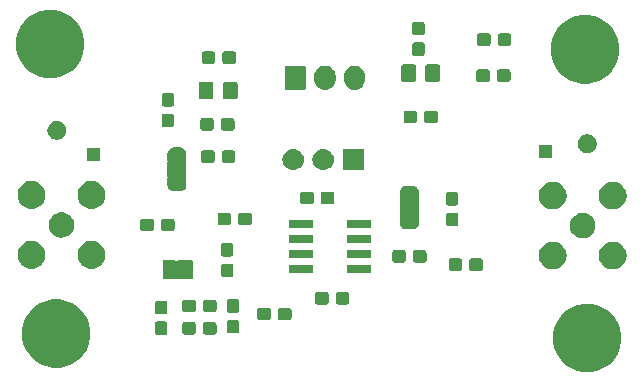
<source format=gbr>
G04 #@! TF.GenerationSoftware,KiCad,Pcbnew,(5.1.2)-2*
G04 #@! TF.CreationDate,2019-07-18T09:27:17+08:00*
G04 #@! TF.ProjectId,single_AM_eval_board,73696e67-6c65-45f4-914d-5f6576616c5f,rev?*
G04 #@! TF.SameCoordinates,Original*
G04 #@! TF.FileFunction,Soldermask,Top*
G04 #@! TF.FilePolarity,Negative*
%FSLAX46Y46*%
G04 Gerber Fmt 4.6, Leading zero omitted, Abs format (unit mm)*
G04 Created by KiCad (PCBNEW (5.1.2)-2) date 2019-07-18 09:27:17*
%MOMM*%
%LPD*%
G04 APERTURE LIST*
%ADD10C,0.100000*%
G04 APERTURE END LIST*
D10*
G36*
X146832689Y-148149983D02*
G01*
X146832692Y-148149984D01*
X146832691Y-148149984D01*
X147360639Y-148368667D01*
X147835780Y-148686146D01*
X148239854Y-149090220D01*
X148552748Y-149558499D01*
X148557334Y-149565363D01*
X148776017Y-150093311D01*
X148887500Y-150653775D01*
X148887500Y-151225225D01*
X148776017Y-151785689D01*
X148776016Y-151785691D01*
X148557333Y-152313639D01*
X148239854Y-152788780D01*
X147835780Y-153192854D01*
X147360639Y-153510333D01*
X147360638Y-153510334D01*
X147360637Y-153510334D01*
X146832689Y-153729017D01*
X146272225Y-153840500D01*
X145700775Y-153840500D01*
X145140311Y-153729017D01*
X144612363Y-153510334D01*
X144612362Y-153510334D01*
X144612361Y-153510333D01*
X144137220Y-153192854D01*
X143733146Y-152788780D01*
X143415667Y-152313639D01*
X143196984Y-151785691D01*
X143196983Y-151785689D01*
X143085500Y-151225225D01*
X143085500Y-150653775D01*
X143196983Y-150093311D01*
X143415666Y-149565363D01*
X143420252Y-149558499D01*
X143733146Y-149090220D01*
X144137220Y-148686146D01*
X144612361Y-148368667D01*
X145140309Y-148149984D01*
X145140308Y-148149984D01*
X145140311Y-148149983D01*
X145700775Y-148038500D01*
X146272225Y-148038500D01*
X146832689Y-148149983D01*
X146832689Y-148149983D01*
G37*
G36*
X101874689Y-147768983D02*
G01*
X102397869Y-147985691D01*
X102402639Y-147987667D01*
X102877780Y-148305146D01*
X103281854Y-148709220D01*
X103590071Y-149170500D01*
X103599334Y-149184363D01*
X103818017Y-149712311D01*
X103929500Y-150272775D01*
X103929500Y-150844225D01*
X103818017Y-151404689D01*
X103818016Y-151404691D01*
X103599333Y-151932639D01*
X103281854Y-152407780D01*
X102877780Y-152811854D01*
X102402639Y-153129333D01*
X102402638Y-153129334D01*
X102402637Y-153129334D01*
X101874689Y-153348017D01*
X101314225Y-153459500D01*
X100742775Y-153459500D01*
X100182311Y-153348017D01*
X99654363Y-153129334D01*
X99654362Y-153129334D01*
X99654361Y-153129333D01*
X99179220Y-152811854D01*
X98775146Y-152407780D01*
X98457667Y-151932639D01*
X98238984Y-151404691D01*
X98238983Y-151404689D01*
X98127500Y-150844225D01*
X98127500Y-150272775D01*
X98238983Y-149712311D01*
X98457666Y-149184363D01*
X98466929Y-149170500D01*
X98775146Y-148709220D01*
X99179220Y-148305146D01*
X99654361Y-147987667D01*
X99659131Y-147985691D01*
X100182311Y-147768983D01*
X100742775Y-147657500D01*
X101314225Y-147657500D01*
X101874689Y-147768983D01*
X101874689Y-147768983D01*
G37*
G36*
X110282999Y-149528445D02*
G01*
X110320495Y-149539820D01*
X110355054Y-149558292D01*
X110385347Y-149583153D01*
X110410208Y-149613446D01*
X110428680Y-149648005D01*
X110440055Y-149685501D01*
X110444500Y-149730638D01*
X110444500Y-150469362D01*
X110440055Y-150514499D01*
X110428680Y-150551995D01*
X110410208Y-150586554D01*
X110385347Y-150616847D01*
X110355054Y-150641708D01*
X110320495Y-150660180D01*
X110282999Y-150671555D01*
X110237862Y-150676000D01*
X109599138Y-150676000D01*
X109554001Y-150671555D01*
X109516505Y-150660180D01*
X109481946Y-150641708D01*
X109451653Y-150616847D01*
X109426792Y-150586554D01*
X109408320Y-150551995D01*
X109396945Y-150514499D01*
X109392500Y-150469362D01*
X109392500Y-149730638D01*
X109396945Y-149685501D01*
X109408320Y-149648005D01*
X109426792Y-149613446D01*
X109451653Y-149583153D01*
X109481946Y-149558292D01*
X109516505Y-149539820D01*
X109554001Y-149528445D01*
X109599138Y-149524000D01*
X110237862Y-149524000D01*
X110282999Y-149528445D01*
X110282999Y-149528445D01*
G37*
G36*
X114446499Y-149592445D02*
G01*
X114483995Y-149603820D01*
X114518554Y-149622292D01*
X114548847Y-149647153D01*
X114573708Y-149677446D01*
X114592180Y-149712005D01*
X114603555Y-149749501D01*
X114608000Y-149794638D01*
X114608000Y-150433362D01*
X114603555Y-150478499D01*
X114592180Y-150515995D01*
X114573708Y-150550554D01*
X114548847Y-150580847D01*
X114518554Y-150605708D01*
X114483995Y-150624180D01*
X114446499Y-150635555D01*
X114401362Y-150640000D01*
X113662638Y-150640000D01*
X113617501Y-150635555D01*
X113580005Y-150624180D01*
X113545446Y-150605708D01*
X113515153Y-150580847D01*
X113490292Y-150550554D01*
X113471820Y-150515995D01*
X113460445Y-150478499D01*
X113456000Y-150433362D01*
X113456000Y-149794638D01*
X113460445Y-149749501D01*
X113471820Y-149712005D01*
X113490292Y-149677446D01*
X113515153Y-149647153D01*
X113545446Y-149622292D01*
X113580005Y-149603820D01*
X113617501Y-149592445D01*
X113662638Y-149588000D01*
X114401362Y-149588000D01*
X114446499Y-149592445D01*
X114446499Y-149592445D01*
G37*
G36*
X112696499Y-149592445D02*
G01*
X112733995Y-149603820D01*
X112768554Y-149622292D01*
X112798847Y-149647153D01*
X112823708Y-149677446D01*
X112842180Y-149712005D01*
X112853555Y-149749501D01*
X112858000Y-149794638D01*
X112858000Y-150433362D01*
X112853555Y-150478499D01*
X112842180Y-150515995D01*
X112823708Y-150550554D01*
X112798847Y-150580847D01*
X112768554Y-150605708D01*
X112733995Y-150624180D01*
X112696499Y-150635555D01*
X112651362Y-150640000D01*
X111912638Y-150640000D01*
X111867501Y-150635555D01*
X111830005Y-150624180D01*
X111795446Y-150605708D01*
X111765153Y-150580847D01*
X111740292Y-150550554D01*
X111721820Y-150515995D01*
X111710445Y-150478499D01*
X111706000Y-150433362D01*
X111706000Y-149794638D01*
X111710445Y-149749501D01*
X111721820Y-149712005D01*
X111740292Y-149677446D01*
X111765153Y-149647153D01*
X111795446Y-149622292D01*
X111830005Y-149603820D01*
X111867501Y-149592445D01*
X111912638Y-149588000D01*
X112651362Y-149588000D01*
X112696499Y-149592445D01*
X112696499Y-149592445D01*
G37*
G36*
X116378999Y-149401445D02*
G01*
X116416495Y-149412820D01*
X116451054Y-149431292D01*
X116481347Y-149456153D01*
X116506208Y-149486446D01*
X116524680Y-149521005D01*
X116536054Y-149558499D01*
X116540500Y-149603638D01*
X116540500Y-150342362D01*
X116536055Y-150387499D01*
X116524680Y-150424995D01*
X116506208Y-150459554D01*
X116481347Y-150489847D01*
X116451054Y-150514708D01*
X116416495Y-150533180D01*
X116378999Y-150544555D01*
X116333862Y-150549000D01*
X115695138Y-150549000D01*
X115650001Y-150544555D01*
X115612505Y-150533180D01*
X115577946Y-150514708D01*
X115547653Y-150489847D01*
X115522792Y-150459554D01*
X115504320Y-150424995D01*
X115492945Y-150387499D01*
X115488500Y-150342362D01*
X115488500Y-149603638D01*
X115492946Y-149558499D01*
X115504320Y-149521005D01*
X115522792Y-149486446D01*
X115547653Y-149456153D01*
X115577946Y-149431292D01*
X115612505Y-149412820D01*
X115650001Y-149401445D01*
X115695138Y-149397000D01*
X116333862Y-149397000D01*
X116378999Y-149401445D01*
X116378999Y-149401445D01*
G37*
G36*
X120796499Y-148385945D02*
G01*
X120833995Y-148397320D01*
X120868554Y-148415792D01*
X120898847Y-148440653D01*
X120923708Y-148470946D01*
X120942180Y-148505505D01*
X120953555Y-148543001D01*
X120958000Y-148588138D01*
X120958000Y-149226862D01*
X120953555Y-149271999D01*
X120942180Y-149309495D01*
X120923708Y-149344054D01*
X120898847Y-149374347D01*
X120868554Y-149399208D01*
X120833995Y-149417680D01*
X120796499Y-149429055D01*
X120751362Y-149433500D01*
X120012638Y-149433500D01*
X119967501Y-149429055D01*
X119930005Y-149417680D01*
X119895446Y-149399208D01*
X119865153Y-149374347D01*
X119840292Y-149344054D01*
X119821820Y-149309495D01*
X119810445Y-149271999D01*
X119806000Y-149226862D01*
X119806000Y-148588138D01*
X119810445Y-148543001D01*
X119821820Y-148505505D01*
X119840292Y-148470946D01*
X119865153Y-148440653D01*
X119895446Y-148415792D01*
X119930005Y-148397320D01*
X119967501Y-148385945D01*
X120012638Y-148381500D01*
X120751362Y-148381500D01*
X120796499Y-148385945D01*
X120796499Y-148385945D01*
G37*
G36*
X119046499Y-148385945D02*
G01*
X119083995Y-148397320D01*
X119118554Y-148415792D01*
X119148847Y-148440653D01*
X119173708Y-148470946D01*
X119192180Y-148505505D01*
X119203555Y-148543001D01*
X119208000Y-148588138D01*
X119208000Y-149226862D01*
X119203555Y-149271999D01*
X119192180Y-149309495D01*
X119173708Y-149344054D01*
X119148847Y-149374347D01*
X119118554Y-149399208D01*
X119083995Y-149417680D01*
X119046499Y-149429055D01*
X119001362Y-149433500D01*
X118262638Y-149433500D01*
X118217501Y-149429055D01*
X118180005Y-149417680D01*
X118145446Y-149399208D01*
X118115153Y-149374347D01*
X118090292Y-149344054D01*
X118071820Y-149309495D01*
X118060445Y-149271999D01*
X118056000Y-149226862D01*
X118056000Y-148588138D01*
X118060445Y-148543001D01*
X118071820Y-148505505D01*
X118090292Y-148470946D01*
X118115153Y-148440653D01*
X118145446Y-148415792D01*
X118180005Y-148397320D01*
X118217501Y-148385945D01*
X118262638Y-148381500D01*
X119001362Y-148381500D01*
X119046499Y-148385945D01*
X119046499Y-148385945D01*
G37*
G36*
X110282999Y-147778445D02*
G01*
X110320495Y-147789820D01*
X110355054Y-147808292D01*
X110385347Y-147833153D01*
X110410208Y-147863446D01*
X110428680Y-147898005D01*
X110440055Y-147935501D01*
X110444500Y-147980638D01*
X110444500Y-148719362D01*
X110440055Y-148764499D01*
X110428680Y-148801995D01*
X110410208Y-148836554D01*
X110385347Y-148866847D01*
X110355054Y-148891708D01*
X110320495Y-148910180D01*
X110282999Y-148921555D01*
X110237862Y-148926000D01*
X109599138Y-148926000D01*
X109554001Y-148921555D01*
X109516505Y-148910180D01*
X109481946Y-148891708D01*
X109451653Y-148866847D01*
X109426792Y-148836554D01*
X109408320Y-148801995D01*
X109396945Y-148764499D01*
X109392500Y-148719362D01*
X109392500Y-147980638D01*
X109396945Y-147935501D01*
X109408320Y-147898005D01*
X109426792Y-147863446D01*
X109451653Y-147833153D01*
X109481946Y-147808292D01*
X109516505Y-147789820D01*
X109554001Y-147778445D01*
X109599138Y-147774000D01*
X110237862Y-147774000D01*
X110282999Y-147778445D01*
X110282999Y-147778445D01*
G37*
G36*
X116378999Y-147651445D02*
G01*
X116416495Y-147662820D01*
X116451054Y-147681292D01*
X116481347Y-147706153D01*
X116506208Y-147736446D01*
X116524680Y-147771005D01*
X116536055Y-147808501D01*
X116540500Y-147853638D01*
X116540500Y-148592362D01*
X116536055Y-148637499D01*
X116524680Y-148674995D01*
X116506208Y-148709554D01*
X116481347Y-148739847D01*
X116451054Y-148764708D01*
X116416495Y-148783180D01*
X116378999Y-148794555D01*
X116333862Y-148799000D01*
X115695138Y-148799000D01*
X115650001Y-148794555D01*
X115612505Y-148783180D01*
X115577946Y-148764708D01*
X115547653Y-148739847D01*
X115522792Y-148709554D01*
X115504320Y-148674995D01*
X115492945Y-148637499D01*
X115488500Y-148592362D01*
X115488500Y-147853638D01*
X115492945Y-147808501D01*
X115504320Y-147771005D01*
X115522792Y-147736446D01*
X115547653Y-147706153D01*
X115577946Y-147681292D01*
X115612505Y-147662820D01*
X115650001Y-147651445D01*
X115695138Y-147647000D01*
X116333862Y-147647000D01*
X116378999Y-147651445D01*
X116378999Y-147651445D01*
G37*
G36*
X114446499Y-147687445D02*
G01*
X114483995Y-147698820D01*
X114518554Y-147717292D01*
X114548847Y-147742153D01*
X114573708Y-147772446D01*
X114592180Y-147807005D01*
X114603555Y-147844501D01*
X114608000Y-147889638D01*
X114608000Y-148528362D01*
X114603555Y-148573499D01*
X114592180Y-148610995D01*
X114573708Y-148645554D01*
X114548847Y-148675847D01*
X114518554Y-148700708D01*
X114483995Y-148719180D01*
X114446499Y-148730555D01*
X114401362Y-148735000D01*
X113662638Y-148735000D01*
X113617501Y-148730555D01*
X113580005Y-148719180D01*
X113545446Y-148700708D01*
X113515153Y-148675847D01*
X113490292Y-148645554D01*
X113471820Y-148610995D01*
X113460445Y-148573499D01*
X113456000Y-148528362D01*
X113456000Y-147889638D01*
X113460445Y-147844501D01*
X113471820Y-147807005D01*
X113490292Y-147772446D01*
X113515153Y-147742153D01*
X113545446Y-147717292D01*
X113580005Y-147698820D01*
X113617501Y-147687445D01*
X113662638Y-147683000D01*
X114401362Y-147683000D01*
X114446499Y-147687445D01*
X114446499Y-147687445D01*
G37*
G36*
X112696499Y-147687445D02*
G01*
X112733995Y-147698820D01*
X112768554Y-147717292D01*
X112798847Y-147742153D01*
X112823708Y-147772446D01*
X112842180Y-147807005D01*
X112853555Y-147844501D01*
X112858000Y-147889638D01*
X112858000Y-148528362D01*
X112853555Y-148573499D01*
X112842180Y-148610995D01*
X112823708Y-148645554D01*
X112798847Y-148675847D01*
X112768554Y-148700708D01*
X112733995Y-148719180D01*
X112696499Y-148730555D01*
X112651362Y-148735000D01*
X111912638Y-148735000D01*
X111867501Y-148730555D01*
X111830005Y-148719180D01*
X111795446Y-148700708D01*
X111765153Y-148675847D01*
X111740292Y-148645554D01*
X111721820Y-148610995D01*
X111710445Y-148573499D01*
X111706000Y-148528362D01*
X111706000Y-147889638D01*
X111710445Y-147844501D01*
X111721820Y-147807005D01*
X111740292Y-147772446D01*
X111765153Y-147742153D01*
X111795446Y-147717292D01*
X111830005Y-147698820D01*
X111867501Y-147687445D01*
X111912638Y-147683000D01*
X112651362Y-147683000D01*
X112696499Y-147687445D01*
X112696499Y-147687445D01*
G37*
G36*
X125685999Y-147052445D02*
G01*
X125723495Y-147063820D01*
X125758054Y-147082292D01*
X125788347Y-147107153D01*
X125813208Y-147137446D01*
X125831680Y-147172005D01*
X125843055Y-147209501D01*
X125847500Y-147254638D01*
X125847500Y-147893362D01*
X125843055Y-147938499D01*
X125831680Y-147975995D01*
X125813208Y-148010554D01*
X125788347Y-148040847D01*
X125758054Y-148065708D01*
X125723495Y-148084180D01*
X125685999Y-148095555D01*
X125640862Y-148100000D01*
X124902138Y-148100000D01*
X124857001Y-148095555D01*
X124819505Y-148084180D01*
X124784946Y-148065708D01*
X124754653Y-148040847D01*
X124729792Y-148010554D01*
X124711320Y-147975995D01*
X124699945Y-147938499D01*
X124695500Y-147893362D01*
X124695500Y-147254638D01*
X124699945Y-147209501D01*
X124711320Y-147172005D01*
X124729792Y-147137446D01*
X124754653Y-147107153D01*
X124784946Y-147082292D01*
X124819505Y-147063820D01*
X124857001Y-147052445D01*
X124902138Y-147048000D01*
X125640862Y-147048000D01*
X125685999Y-147052445D01*
X125685999Y-147052445D01*
G37*
G36*
X123935999Y-147052445D02*
G01*
X123973495Y-147063820D01*
X124008054Y-147082292D01*
X124038347Y-147107153D01*
X124063208Y-147137446D01*
X124081680Y-147172005D01*
X124093055Y-147209501D01*
X124097500Y-147254638D01*
X124097500Y-147893362D01*
X124093055Y-147938499D01*
X124081680Y-147975995D01*
X124063208Y-148010554D01*
X124038347Y-148040847D01*
X124008054Y-148065708D01*
X123973495Y-148084180D01*
X123935999Y-148095555D01*
X123890862Y-148100000D01*
X123152138Y-148100000D01*
X123107001Y-148095555D01*
X123069505Y-148084180D01*
X123034946Y-148065708D01*
X123004653Y-148040847D01*
X122979792Y-148010554D01*
X122961320Y-147975995D01*
X122949945Y-147938499D01*
X122945500Y-147893362D01*
X122945500Y-147254638D01*
X122949945Y-147209501D01*
X122961320Y-147172005D01*
X122979792Y-147137446D01*
X123004653Y-147107153D01*
X123034946Y-147082292D01*
X123069505Y-147063820D01*
X123107001Y-147052445D01*
X123152138Y-147048000D01*
X123890862Y-147048000D01*
X123935999Y-147052445D01*
X123935999Y-147052445D01*
G37*
G36*
X111100499Y-144360737D02*
G01*
X111110108Y-144363652D01*
X111118972Y-144368390D01*
X111126712Y-144374742D01*
X111126713Y-144374743D01*
X111126737Y-144374763D01*
X111133140Y-144382573D01*
X111133177Y-144382628D01*
X111140980Y-144392147D01*
X111141011Y-144392122D01*
X111152353Y-144405972D01*
X111171279Y-144421537D01*
X111192877Y-144433111D01*
X111216319Y-144440249D01*
X111240702Y-144442676D01*
X111265091Y-144440300D01*
X111288547Y-144433211D01*
X111310170Y-144421682D01*
X111329128Y-144406157D01*
X111344693Y-144387231D01*
X111346529Y-144384175D01*
X111347918Y-144382486D01*
X111347919Y-144382484D01*
X111354301Y-144374725D01*
X111362073Y-144368360D01*
X111362075Y-144368358D01*
X111370899Y-144363654D01*
X111370938Y-144363633D01*
X111380555Y-144360727D01*
X111380585Y-144360718D01*
X111396613Y-144359148D01*
X112534360Y-144359148D01*
X112550499Y-144360737D01*
X112560108Y-144363652D01*
X112568972Y-144368390D01*
X112576737Y-144374763D01*
X112583110Y-144382528D01*
X112587848Y-144391392D01*
X112590763Y-144401001D01*
X112592352Y-144417140D01*
X112592352Y-145904860D01*
X112590763Y-145920999D01*
X112587848Y-145930608D01*
X112583110Y-145939472D01*
X112576737Y-145947237D01*
X112568972Y-145953610D01*
X112560108Y-145958348D01*
X112550499Y-145961263D01*
X112534360Y-145962852D01*
X111396640Y-145962852D01*
X111380501Y-145961263D01*
X111370892Y-145958348D01*
X111362028Y-145953610D01*
X111354263Y-145947237D01*
X111343616Y-145934263D01*
X111337447Y-145925032D01*
X111320119Y-145907706D01*
X111299744Y-145894093D01*
X111277105Y-145884717D01*
X111253072Y-145879937D01*
X111228568Y-145879938D01*
X111204535Y-145884720D01*
X111181896Y-145894098D01*
X111161522Y-145907713D01*
X111144196Y-145925041D01*
X111137325Y-145934317D01*
X111133140Y-145939427D01*
X111126775Y-145947199D01*
X111119016Y-145953581D01*
X111110161Y-145958326D01*
X111107123Y-145959251D01*
X111100585Y-145961242D01*
X111100582Y-145961242D01*
X111100550Y-145961252D01*
X111090500Y-145962247D01*
X111090435Y-145962247D01*
X111084325Y-145962852D01*
X110096640Y-145962852D01*
X110080501Y-145961263D01*
X110070892Y-145958348D01*
X110062028Y-145953610D01*
X110054263Y-145947237D01*
X110047890Y-145939472D01*
X110043152Y-145930608D01*
X110040237Y-145920999D01*
X110038648Y-145904860D01*
X110038648Y-144417140D01*
X110040237Y-144401001D01*
X110043152Y-144391392D01*
X110047890Y-144382528D01*
X110054263Y-144374763D01*
X110062028Y-144368390D01*
X110070892Y-144363652D01*
X110080501Y-144360737D01*
X110096640Y-144359148D01*
X111084360Y-144359148D01*
X111100499Y-144360737D01*
X111100499Y-144360737D01*
G37*
G36*
X115870999Y-144638945D02*
G01*
X115908495Y-144650320D01*
X115943054Y-144668792D01*
X115973347Y-144693653D01*
X115998208Y-144723946D01*
X116016680Y-144758505D01*
X116028055Y-144796001D01*
X116032500Y-144841138D01*
X116032500Y-145579862D01*
X116028055Y-145624999D01*
X116016680Y-145662495D01*
X115998208Y-145697054D01*
X115973347Y-145727347D01*
X115943054Y-145752208D01*
X115908495Y-145770680D01*
X115870999Y-145782055D01*
X115825862Y-145786500D01*
X115187138Y-145786500D01*
X115142001Y-145782055D01*
X115104505Y-145770680D01*
X115069946Y-145752208D01*
X115039653Y-145727347D01*
X115014792Y-145697054D01*
X114996320Y-145662495D01*
X114984945Y-145624999D01*
X114980500Y-145579862D01*
X114980500Y-144841138D01*
X114984945Y-144796001D01*
X114996320Y-144758505D01*
X115014792Y-144723946D01*
X115039653Y-144693653D01*
X115069946Y-144668792D01*
X115104505Y-144650320D01*
X115142001Y-144638945D01*
X115187138Y-144634500D01*
X115825862Y-144634500D01*
X115870999Y-144638945D01*
X115870999Y-144638945D01*
G37*
G36*
X127615928Y-144749264D02*
G01*
X127637009Y-144755660D01*
X127656445Y-144766048D01*
X127673476Y-144780024D01*
X127687452Y-144797055D01*
X127697840Y-144816491D01*
X127704236Y-144837572D01*
X127707000Y-144865640D01*
X127707000Y-145329360D01*
X127704236Y-145357428D01*
X127697840Y-145378509D01*
X127687452Y-145397945D01*
X127673476Y-145414976D01*
X127656445Y-145428952D01*
X127637009Y-145439340D01*
X127615928Y-145445736D01*
X127587860Y-145448500D01*
X125774140Y-145448500D01*
X125746072Y-145445736D01*
X125724991Y-145439340D01*
X125705555Y-145428952D01*
X125688524Y-145414976D01*
X125674548Y-145397945D01*
X125664160Y-145378509D01*
X125657764Y-145357428D01*
X125655000Y-145329360D01*
X125655000Y-144865640D01*
X125657764Y-144837572D01*
X125664160Y-144816491D01*
X125674548Y-144797055D01*
X125688524Y-144780024D01*
X125705555Y-144766048D01*
X125724991Y-144755660D01*
X125746072Y-144749264D01*
X125774140Y-144746500D01*
X127587860Y-144746500D01*
X127615928Y-144749264D01*
X127615928Y-144749264D01*
G37*
G36*
X122665928Y-144749264D02*
G01*
X122687009Y-144755660D01*
X122706445Y-144766048D01*
X122723476Y-144780024D01*
X122737452Y-144797055D01*
X122747840Y-144816491D01*
X122754236Y-144837572D01*
X122757000Y-144865640D01*
X122757000Y-145329360D01*
X122754236Y-145357428D01*
X122747840Y-145378509D01*
X122737452Y-145397945D01*
X122723476Y-145414976D01*
X122706445Y-145428952D01*
X122687009Y-145439340D01*
X122665928Y-145445736D01*
X122637860Y-145448500D01*
X120824140Y-145448500D01*
X120796072Y-145445736D01*
X120774991Y-145439340D01*
X120755555Y-145428952D01*
X120738524Y-145414976D01*
X120724548Y-145397945D01*
X120714160Y-145378509D01*
X120707764Y-145357428D01*
X120705000Y-145329360D01*
X120705000Y-144865640D01*
X120707764Y-144837572D01*
X120714160Y-144816491D01*
X120724548Y-144797055D01*
X120738524Y-144780024D01*
X120755555Y-144766048D01*
X120774991Y-144755660D01*
X120796072Y-144749264D01*
X120824140Y-144746500D01*
X122637860Y-144746500D01*
X122665928Y-144749264D01*
X122665928Y-144749264D01*
G37*
G36*
X136988999Y-144194945D02*
G01*
X137026495Y-144206320D01*
X137061054Y-144224792D01*
X137091347Y-144249653D01*
X137116208Y-144279946D01*
X137134680Y-144314505D01*
X137146055Y-144352001D01*
X137150500Y-144397138D01*
X137150500Y-145035862D01*
X137146055Y-145080999D01*
X137134680Y-145118495D01*
X137116208Y-145153054D01*
X137091347Y-145183347D01*
X137061054Y-145208208D01*
X137026495Y-145226680D01*
X136988999Y-145238055D01*
X136943862Y-145242500D01*
X136205138Y-145242500D01*
X136160001Y-145238055D01*
X136122505Y-145226680D01*
X136087946Y-145208208D01*
X136057653Y-145183347D01*
X136032792Y-145153054D01*
X136014320Y-145118495D01*
X136002945Y-145080999D01*
X135998500Y-145035862D01*
X135998500Y-144397138D01*
X136002945Y-144352001D01*
X136014320Y-144314505D01*
X136032792Y-144279946D01*
X136057653Y-144249653D01*
X136087946Y-144224792D01*
X136122505Y-144206320D01*
X136160001Y-144194945D01*
X136205138Y-144190500D01*
X136943862Y-144190500D01*
X136988999Y-144194945D01*
X136988999Y-144194945D01*
G37*
G36*
X135238999Y-144194945D02*
G01*
X135276495Y-144206320D01*
X135311054Y-144224792D01*
X135341347Y-144249653D01*
X135366208Y-144279946D01*
X135384680Y-144314505D01*
X135396055Y-144352001D01*
X135400500Y-144397138D01*
X135400500Y-145035862D01*
X135396055Y-145080999D01*
X135384680Y-145118495D01*
X135366208Y-145153054D01*
X135341347Y-145183347D01*
X135311054Y-145208208D01*
X135276495Y-145226680D01*
X135238999Y-145238055D01*
X135193862Y-145242500D01*
X134455138Y-145242500D01*
X134410001Y-145238055D01*
X134372505Y-145226680D01*
X134337946Y-145208208D01*
X134307653Y-145183347D01*
X134282792Y-145153054D01*
X134264320Y-145118495D01*
X134252945Y-145080999D01*
X134248500Y-145035862D01*
X134248500Y-144397138D01*
X134252945Y-144352001D01*
X134264320Y-144314505D01*
X134282792Y-144279946D01*
X134307653Y-144249653D01*
X134337946Y-144224792D01*
X134372505Y-144206320D01*
X134410001Y-144194945D01*
X134455138Y-144190500D01*
X135193862Y-144190500D01*
X135238999Y-144194945D01*
X135238999Y-144194945D01*
G37*
G36*
X148315923Y-142789360D02*
G01*
X148488527Y-142823693D01*
X148702545Y-142912342D01*
X148702546Y-142912343D01*
X148895154Y-143041039D01*
X149058961Y-143204846D01*
X149144758Y-143333251D01*
X149187658Y-143397455D01*
X149276307Y-143611473D01*
X149293645Y-143698638D01*
X149321500Y-143838673D01*
X149321500Y-144070327D01*
X149313905Y-144108509D01*
X149276307Y-144297527D01*
X149187658Y-144511545D01*
X149168942Y-144539555D01*
X149058961Y-144704154D01*
X148895154Y-144867961D01*
X148797581Y-144933157D01*
X148702545Y-144996658D01*
X148488527Y-145085307D01*
X148337060Y-145115436D01*
X148261327Y-145130500D01*
X148029673Y-145130500D01*
X147953940Y-145115436D01*
X147802473Y-145085307D01*
X147588455Y-144996658D01*
X147493419Y-144933157D01*
X147395846Y-144867961D01*
X147232039Y-144704154D01*
X147122058Y-144539555D01*
X147103342Y-144511545D01*
X147014693Y-144297527D01*
X146977095Y-144108509D01*
X146969500Y-144070327D01*
X146969500Y-143838673D01*
X146997355Y-143698638D01*
X147014693Y-143611473D01*
X147103342Y-143397455D01*
X147146242Y-143333251D01*
X147232039Y-143204846D01*
X147395846Y-143041039D01*
X147588454Y-142912343D01*
X147588455Y-142912342D01*
X147802473Y-142823693D01*
X147975077Y-142789360D01*
X148029673Y-142778500D01*
X148261327Y-142778500D01*
X148315923Y-142789360D01*
X148315923Y-142789360D01*
G37*
G36*
X143235923Y-142789360D02*
G01*
X143408527Y-142823693D01*
X143622545Y-142912342D01*
X143622546Y-142912343D01*
X143815154Y-143041039D01*
X143978961Y-143204846D01*
X144064758Y-143333251D01*
X144107658Y-143397455D01*
X144196307Y-143611473D01*
X144213645Y-143698638D01*
X144241500Y-143838673D01*
X144241500Y-144070327D01*
X144233905Y-144108509D01*
X144196307Y-144297527D01*
X144107658Y-144511545D01*
X144088942Y-144539555D01*
X143978961Y-144704154D01*
X143815154Y-144867961D01*
X143717581Y-144933157D01*
X143622545Y-144996658D01*
X143408527Y-145085307D01*
X143257060Y-145115436D01*
X143181327Y-145130500D01*
X142949673Y-145130500D01*
X142873940Y-145115436D01*
X142722473Y-145085307D01*
X142508455Y-144996658D01*
X142413419Y-144933157D01*
X142315846Y-144867961D01*
X142152039Y-144704154D01*
X142042058Y-144539555D01*
X142023342Y-144511545D01*
X141934693Y-144297527D01*
X141897095Y-144108509D01*
X141889500Y-144070327D01*
X141889500Y-143838673D01*
X141917355Y-143698638D01*
X141934693Y-143611473D01*
X142023342Y-143397455D01*
X142066242Y-143333251D01*
X142152039Y-143204846D01*
X142315846Y-143041039D01*
X142508454Y-142912343D01*
X142508455Y-142912342D01*
X142722473Y-142823693D01*
X142895077Y-142789360D01*
X142949673Y-142778500D01*
X143181327Y-142778500D01*
X143235923Y-142789360D01*
X143235923Y-142789360D01*
G37*
G36*
X99124560Y-142730064D02*
G01*
X99276027Y-142760193D01*
X99490045Y-142848842D01*
X99529157Y-142874976D01*
X99682654Y-142977539D01*
X99846461Y-143141346D01*
X99888890Y-143204846D01*
X99975158Y-143333955D01*
X100063807Y-143547973D01*
X100075923Y-143608885D01*
X100109000Y-143775173D01*
X100109000Y-144006827D01*
X100102951Y-144037238D01*
X100063807Y-144234027D01*
X99975158Y-144448045D01*
X99940658Y-144499677D01*
X99846461Y-144640654D01*
X99682654Y-144804461D01*
X99587622Y-144867959D01*
X99490045Y-144933158D01*
X99276027Y-145021807D01*
X99124560Y-145051936D01*
X99048827Y-145067000D01*
X98817173Y-145067000D01*
X98741440Y-145051936D01*
X98589973Y-145021807D01*
X98375955Y-144933158D01*
X98278378Y-144867959D01*
X98183346Y-144804461D01*
X98019539Y-144640654D01*
X97925342Y-144499677D01*
X97890842Y-144448045D01*
X97802193Y-144234027D01*
X97763049Y-144037238D01*
X97757000Y-144006827D01*
X97757000Y-143775173D01*
X97790077Y-143608885D01*
X97802193Y-143547973D01*
X97890842Y-143333955D01*
X97977110Y-143204846D01*
X98019539Y-143141346D01*
X98183346Y-142977539D01*
X98336843Y-142874976D01*
X98375955Y-142848842D01*
X98589973Y-142760193D01*
X98741440Y-142730064D01*
X98817173Y-142715000D01*
X99048827Y-142715000D01*
X99124560Y-142730064D01*
X99124560Y-142730064D01*
G37*
G36*
X104204560Y-142730064D02*
G01*
X104356027Y-142760193D01*
X104570045Y-142848842D01*
X104609157Y-142874976D01*
X104762654Y-142977539D01*
X104926461Y-143141346D01*
X104968890Y-143204846D01*
X105055158Y-143333955D01*
X105143807Y-143547973D01*
X105155923Y-143608885D01*
X105189000Y-143775173D01*
X105189000Y-144006827D01*
X105182951Y-144037238D01*
X105143807Y-144234027D01*
X105055158Y-144448045D01*
X105020658Y-144499677D01*
X104926461Y-144640654D01*
X104762654Y-144804461D01*
X104667622Y-144867959D01*
X104570045Y-144933158D01*
X104356027Y-145021807D01*
X104204560Y-145051936D01*
X104128827Y-145067000D01*
X103897173Y-145067000D01*
X103821440Y-145051936D01*
X103669973Y-145021807D01*
X103455955Y-144933158D01*
X103358378Y-144867959D01*
X103263346Y-144804461D01*
X103099539Y-144640654D01*
X103005342Y-144499677D01*
X102970842Y-144448045D01*
X102882193Y-144234027D01*
X102843049Y-144037238D01*
X102837000Y-144006827D01*
X102837000Y-143775173D01*
X102870077Y-143608885D01*
X102882193Y-143547973D01*
X102970842Y-143333955D01*
X103057110Y-143204846D01*
X103099539Y-143141346D01*
X103263346Y-142977539D01*
X103416843Y-142874976D01*
X103455955Y-142848842D01*
X103669973Y-142760193D01*
X103821440Y-142730064D01*
X103897173Y-142715000D01*
X104128827Y-142715000D01*
X104204560Y-142730064D01*
X104204560Y-142730064D01*
G37*
G36*
X130476499Y-143496445D02*
G01*
X130513995Y-143507820D01*
X130548554Y-143526292D01*
X130578847Y-143551153D01*
X130603708Y-143581446D01*
X130622180Y-143616005D01*
X130633555Y-143653501D01*
X130638000Y-143698638D01*
X130638000Y-144337362D01*
X130633555Y-144382499D01*
X130622180Y-144419995D01*
X130603708Y-144454554D01*
X130578847Y-144484847D01*
X130548554Y-144509708D01*
X130513995Y-144528180D01*
X130476499Y-144539555D01*
X130431362Y-144544000D01*
X129692638Y-144544000D01*
X129647501Y-144539555D01*
X129610005Y-144528180D01*
X129575446Y-144509708D01*
X129545153Y-144484847D01*
X129520292Y-144454554D01*
X129501820Y-144419995D01*
X129490445Y-144382499D01*
X129486000Y-144337362D01*
X129486000Y-143698638D01*
X129490445Y-143653501D01*
X129501820Y-143616005D01*
X129520292Y-143581446D01*
X129545153Y-143551153D01*
X129575446Y-143526292D01*
X129610005Y-143507820D01*
X129647501Y-143496445D01*
X129692638Y-143492000D01*
X130431362Y-143492000D01*
X130476499Y-143496445D01*
X130476499Y-143496445D01*
G37*
G36*
X132226499Y-143496445D02*
G01*
X132263995Y-143507820D01*
X132298554Y-143526292D01*
X132328847Y-143551153D01*
X132353708Y-143581446D01*
X132372180Y-143616005D01*
X132383555Y-143653501D01*
X132388000Y-143698638D01*
X132388000Y-144337362D01*
X132383555Y-144382499D01*
X132372180Y-144419995D01*
X132353708Y-144454554D01*
X132328847Y-144484847D01*
X132298554Y-144509708D01*
X132263995Y-144528180D01*
X132226499Y-144539555D01*
X132181362Y-144544000D01*
X131442638Y-144544000D01*
X131397501Y-144539555D01*
X131360005Y-144528180D01*
X131325446Y-144509708D01*
X131295153Y-144484847D01*
X131270292Y-144454554D01*
X131251820Y-144419995D01*
X131240445Y-144382499D01*
X131236000Y-144337362D01*
X131236000Y-143698638D01*
X131240445Y-143653501D01*
X131251820Y-143616005D01*
X131270292Y-143581446D01*
X131295153Y-143551153D01*
X131325446Y-143526292D01*
X131360005Y-143507820D01*
X131397501Y-143496445D01*
X131442638Y-143492000D01*
X132181362Y-143492000D01*
X132226499Y-143496445D01*
X132226499Y-143496445D01*
G37*
G36*
X127615928Y-143479264D02*
G01*
X127637009Y-143485660D01*
X127656445Y-143496048D01*
X127673476Y-143510024D01*
X127687452Y-143527055D01*
X127697840Y-143546491D01*
X127704236Y-143567572D01*
X127707000Y-143595640D01*
X127707000Y-144059360D01*
X127704236Y-144087428D01*
X127697840Y-144108509D01*
X127687452Y-144127945D01*
X127673476Y-144144976D01*
X127656445Y-144158952D01*
X127637009Y-144169340D01*
X127615928Y-144175736D01*
X127587860Y-144178500D01*
X125774140Y-144178500D01*
X125746072Y-144175736D01*
X125724991Y-144169340D01*
X125705555Y-144158952D01*
X125688524Y-144144976D01*
X125674548Y-144127945D01*
X125664160Y-144108509D01*
X125657764Y-144087428D01*
X125655000Y-144059360D01*
X125655000Y-143595640D01*
X125657764Y-143567572D01*
X125664160Y-143546491D01*
X125674548Y-143527055D01*
X125688524Y-143510024D01*
X125705555Y-143496048D01*
X125724991Y-143485660D01*
X125746072Y-143479264D01*
X125774140Y-143476500D01*
X127587860Y-143476500D01*
X127615928Y-143479264D01*
X127615928Y-143479264D01*
G37*
G36*
X122665928Y-143479264D02*
G01*
X122687009Y-143485660D01*
X122706445Y-143496048D01*
X122723476Y-143510024D01*
X122737452Y-143527055D01*
X122747840Y-143546491D01*
X122754236Y-143567572D01*
X122757000Y-143595640D01*
X122757000Y-144059360D01*
X122754236Y-144087428D01*
X122747840Y-144108509D01*
X122737452Y-144127945D01*
X122723476Y-144144976D01*
X122706445Y-144158952D01*
X122687009Y-144169340D01*
X122665928Y-144175736D01*
X122637860Y-144178500D01*
X120824140Y-144178500D01*
X120796072Y-144175736D01*
X120774991Y-144169340D01*
X120755555Y-144158952D01*
X120738524Y-144144976D01*
X120724548Y-144127945D01*
X120714160Y-144108509D01*
X120707764Y-144087428D01*
X120705000Y-144059360D01*
X120705000Y-143595640D01*
X120707764Y-143567572D01*
X120714160Y-143546491D01*
X120724548Y-143527055D01*
X120738524Y-143510024D01*
X120755555Y-143496048D01*
X120774991Y-143485660D01*
X120796072Y-143479264D01*
X120824140Y-143476500D01*
X122637860Y-143476500D01*
X122665928Y-143479264D01*
X122665928Y-143479264D01*
G37*
G36*
X115870999Y-142888945D02*
G01*
X115908495Y-142900320D01*
X115943054Y-142918792D01*
X115973347Y-142943653D01*
X115998208Y-142973946D01*
X116016680Y-143008505D01*
X116028055Y-143046001D01*
X116032500Y-143091138D01*
X116032500Y-143829862D01*
X116028055Y-143874999D01*
X116016680Y-143912495D01*
X115998208Y-143947054D01*
X115973347Y-143977347D01*
X115943054Y-144002208D01*
X115908495Y-144020680D01*
X115870999Y-144032055D01*
X115825862Y-144036500D01*
X115187138Y-144036500D01*
X115142001Y-144032055D01*
X115104505Y-144020680D01*
X115069946Y-144002208D01*
X115039653Y-143977347D01*
X115014792Y-143947054D01*
X114996320Y-143912495D01*
X114984945Y-143874999D01*
X114980500Y-143829862D01*
X114980500Y-143091138D01*
X114984945Y-143046001D01*
X114996320Y-143008505D01*
X115014792Y-142973946D01*
X115039653Y-142943653D01*
X115069946Y-142918792D01*
X115104505Y-142900320D01*
X115142001Y-142888945D01*
X115187138Y-142884500D01*
X115825862Y-142884500D01*
X115870999Y-142888945D01*
X115870999Y-142888945D01*
G37*
G36*
X122665928Y-142209264D02*
G01*
X122687009Y-142215660D01*
X122706445Y-142226048D01*
X122723476Y-142240024D01*
X122737452Y-142257055D01*
X122747840Y-142276491D01*
X122754236Y-142297572D01*
X122757000Y-142325640D01*
X122757000Y-142789360D01*
X122754236Y-142817428D01*
X122747840Y-142838509D01*
X122737452Y-142857945D01*
X122723476Y-142874976D01*
X122706445Y-142888952D01*
X122687009Y-142899340D01*
X122665928Y-142905736D01*
X122637860Y-142908500D01*
X120824140Y-142908500D01*
X120796072Y-142905736D01*
X120774991Y-142899340D01*
X120755555Y-142888952D01*
X120738524Y-142874976D01*
X120724548Y-142857945D01*
X120714160Y-142838509D01*
X120707764Y-142817428D01*
X120705000Y-142789360D01*
X120705000Y-142325640D01*
X120707764Y-142297572D01*
X120714160Y-142276491D01*
X120724548Y-142257055D01*
X120738524Y-142240024D01*
X120755555Y-142226048D01*
X120774991Y-142215660D01*
X120796072Y-142209264D01*
X120824140Y-142206500D01*
X122637860Y-142206500D01*
X122665928Y-142209264D01*
X122665928Y-142209264D01*
G37*
G36*
X127615928Y-142209264D02*
G01*
X127637009Y-142215660D01*
X127656445Y-142226048D01*
X127673476Y-142240024D01*
X127687452Y-142257055D01*
X127697840Y-142276491D01*
X127704236Y-142297572D01*
X127707000Y-142325640D01*
X127707000Y-142789360D01*
X127704236Y-142817428D01*
X127697840Y-142838509D01*
X127687452Y-142857945D01*
X127673476Y-142874976D01*
X127656445Y-142888952D01*
X127637009Y-142899340D01*
X127615928Y-142905736D01*
X127587860Y-142908500D01*
X125774140Y-142908500D01*
X125746072Y-142905736D01*
X125724991Y-142899340D01*
X125705555Y-142888952D01*
X125688524Y-142874976D01*
X125674548Y-142857945D01*
X125664160Y-142838509D01*
X125657764Y-142817428D01*
X125655000Y-142789360D01*
X125655000Y-142325640D01*
X125657764Y-142297572D01*
X125664160Y-142276491D01*
X125674548Y-142257055D01*
X125688524Y-142240024D01*
X125705555Y-142226048D01*
X125724991Y-142215660D01*
X125746072Y-142209264D01*
X125774140Y-142206500D01*
X127587860Y-142206500D01*
X127615928Y-142209264D01*
X127615928Y-142209264D01*
G37*
G36*
X145773273Y-140350792D02*
G01*
X145919358Y-140379850D01*
X146115177Y-140460961D01*
X146291410Y-140578716D01*
X146441284Y-140728590D01*
X146559039Y-140904823D01*
X146640150Y-141100642D01*
X146661235Y-141206646D01*
X146681500Y-141308522D01*
X146681500Y-141520478D01*
X146678379Y-141536168D01*
X146640150Y-141728358D01*
X146559039Y-141924177D01*
X146441284Y-142100410D01*
X146291410Y-142250284D01*
X146115177Y-142368039D01*
X145919358Y-142449150D01*
X145780771Y-142476717D01*
X145711478Y-142490500D01*
X145499522Y-142490500D01*
X145430229Y-142476717D01*
X145291642Y-142449150D01*
X145095823Y-142368039D01*
X144919590Y-142250284D01*
X144769716Y-142100410D01*
X144651961Y-141924177D01*
X144570850Y-141728358D01*
X144532621Y-141536168D01*
X144529500Y-141520478D01*
X144529500Y-141308522D01*
X144549765Y-141206646D01*
X144570850Y-141100642D01*
X144651961Y-140904823D01*
X144769716Y-140728590D01*
X144919590Y-140578716D01*
X145095823Y-140460961D01*
X145291642Y-140379850D01*
X145437727Y-140350792D01*
X145499522Y-140338500D01*
X145711478Y-140338500D01*
X145773273Y-140350792D01*
X145773273Y-140350792D01*
G37*
G36*
X101648271Y-140288783D02*
G01*
X101786858Y-140316350D01*
X101982677Y-140397461D01*
X102158910Y-140515216D01*
X102308784Y-140665090D01*
X102426539Y-140841323D01*
X102507650Y-141037142D01*
X102522540Y-141112000D01*
X102548995Y-141244995D01*
X102549000Y-141245023D01*
X102549000Y-141456977D01*
X102507650Y-141664858D01*
X102426539Y-141860677D01*
X102308784Y-142036910D01*
X102158910Y-142186784D01*
X101982677Y-142304539D01*
X101786858Y-142385650D01*
X101648271Y-142413217D01*
X101578978Y-142427000D01*
X101367022Y-142427000D01*
X101297729Y-142413217D01*
X101159142Y-142385650D01*
X100963323Y-142304539D01*
X100787090Y-142186784D01*
X100637216Y-142036910D01*
X100519461Y-141860677D01*
X100438350Y-141664858D01*
X100397000Y-141456977D01*
X100397000Y-141245023D01*
X100397006Y-141244995D01*
X100423460Y-141112000D01*
X100438350Y-141037142D01*
X100519461Y-140841323D01*
X100637216Y-140665090D01*
X100787090Y-140515216D01*
X100963323Y-140397461D01*
X101159142Y-140316350D01*
X101297729Y-140288783D01*
X101367022Y-140275000D01*
X101578978Y-140275000D01*
X101648271Y-140288783D01*
X101648271Y-140288783D01*
G37*
G36*
X109140499Y-140829445D02*
G01*
X109177995Y-140840820D01*
X109212554Y-140859292D01*
X109242847Y-140884153D01*
X109267708Y-140914446D01*
X109286180Y-140949005D01*
X109297555Y-140986501D01*
X109302000Y-141031638D01*
X109302000Y-141670362D01*
X109297555Y-141715499D01*
X109286180Y-141752995D01*
X109267708Y-141787554D01*
X109242847Y-141817847D01*
X109212554Y-141842708D01*
X109177995Y-141861180D01*
X109140499Y-141872555D01*
X109095362Y-141877000D01*
X108356638Y-141877000D01*
X108311501Y-141872555D01*
X108274005Y-141861180D01*
X108239446Y-141842708D01*
X108209153Y-141817847D01*
X108184292Y-141787554D01*
X108165820Y-141752995D01*
X108154445Y-141715499D01*
X108150000Y-141670362D01*
X108150000Y-141031638D01*
X108154445Y-140986501D01*
X108165820Y-140949005D01*
X108184292Y-140914446D01*
X108209153Y-140884153D01*
X108239446Y-140859292D01*
X108274005Y-140840820D01*
X108311501Y-140829445D01*
X108356638Y-140825000D01*
X109095362Y-140825000D01*
X109140499Y-140829445D01*
X109140499Y-140829445D01*
G37*
G36*
X110890499Y-140829445D02*
G01*
X110927995Y-140840820D01*
X110962554Y-140859292D01*
X110992847Y-140884153D01*
X111017708Y-140914446D01*
X111036180Y-140949005D01*
X111047555Y-140986501D01*
X111052000Y-141031638D01*
X111052000Y-141670362D01*
X111047555Y-141715499D01*
X111036180Y-141752995D01*
X111017708Y-141787554D01*
X110992847Y-141817847D01*
X110962554Y-141842708D01*
X110927995Y-141861180D01*
X110890499Y-141872555D01*
X110845362Y-141877000D01*
X110106638Y-141877000D01*
X110061501Y-141872555D01*
X110024005Y-141861180D01*
X109989446Y-141842708D01*
X109959153Y-141817847D01*
X109934292Y-141787554D01*
X109915820Y-141752995D01*
X109904445Y-141715499D01*
X109900000Y-141670362D01*
X109900000Y-141031638D01*
X109904445Y-140986501D01*
X109915820Y-140949005D01*
X109934292Y-140914446D01*
X109959153Y-140884153D01*
X109989446Y-140859292D01*
X110024005Y-140840820D01*
X110061501Y-140829445D01*
X110106638Y-140825000D01*
X110845362Y-140825000D01*
X110890499Y-140829445D01*
X110890499Y-140829445D01*
G37*
G36*
X131199199Y-138040454D02*
G01*
X131211450Y-138041056D01*
X131229869Y-138041056D01*
X131252149Y-138043250D01*
X131336233Y-138059976D01*
X131357660Y-138066476D01*
X131436858Y-138099280D01*
X131442303Y-138102191D01*
X131442309Y-138102193D01*
X131451169Y-138106929D01*
X131451173Y-138106932D01*
X131456614Y-138109840D01*
X131527899Y-138157471D01*
X131545204Y-138171672D01*
X131605828Y-138232296D01*
X131620029Y-138249601D01*
X131667660Y-138320886D01*
X131670568Y-138326327D01*
X131670571Y-138326331D01*
X131675307Y-138335191D01*
X131675309Y-138335197D01*
X131678220Y-138340642D01*
X131711024Y-138419840D01*
X131717524Y-138441267D01*
X131734250Y-138525351D01*
X131736444Y-138547631D01*
X131736444Y-138566050D01*
X131737046Y-138578301D01*
X131738852Y-138596639D01*
X131738852Y-139134360D01*
X131737263Y-139150499D01*
X131732855Y-139165028D01*
X131727394Y-139178211D01*
X131722612Y-139202245D01*
X131722611Y-139226749D01*
X131727391Y-139250782D01*
X131736768Y-139273421D01*
X131738000Y-139275265D01*
X131738000Y-140506550D01*
X131731525Y-140518664D01*
X131724412Y-140542113D01*
X131722010Y-140566499D01*
X131724412Y-140590885D01*
X131731525Y-140614334D01*
X131733848Y-140619246D01*
X131737263Y-140630501D01*
X131738852Y-140646640D01*
X131738852Y-141184362D01*
X131737046Y-141202699D01*
X131736444Y-141214950D01*
X131736444Y-141233369D01*
X131734250Y-141255649D01*
X131717524Y-141339733D01*
X131711024Y-141361160D01*
X131678220Y-141440358D01*
X131675309Y-141445803D01*
X131675307Y-141445809D01*
X131670571Y-141454669D01*
X131670568Y-141454673D01*
X131667660Y-141460114D01*
X131620029Y-141531399D01*
X131605828Y-141548704D01*
X131545204Y-141609328D01*
X131527899Y-141623529D01*
X131456614Y-141671160D01*
X131451173Y-141674068D01*
X131451169Y-141674071D01*
X131442309Y-141678807D01*
X131442303Y-141678809D01*
X131436858Y-141681720D01*
X131357660Y-141714524D01*
X131336233Y-141721024D01*
X131252149Y-141737750D01*
X131229869Y-141739944D01*
X131211450Y-141739944D01*
X131199199Y-141740546D01*
X131180862Y-141742352D01*
X130693138Y-141742352D01*
X130674801Y-141740546D01*
X130662550Y-141739944D01*
X130644131Y-141739944D01*
X130621851Y-141737750D01*
X130537767Y-141721024D01*
X130516340Y-141714524D01*
X130437142Y-141681720D01*
X130431697Y-141678809D01*
X130431691Y-141678807D01*
X130422831Y-141674071D01*
X130422827Y-141674068D01*
X130417386Y-141671160D01*
X130346101Y-141623529D01*
X130328796Y-141609328D01*
X130268172Y-141548704D01*
X130253971Y-141531399D01*
X130206340Y-141460114D01*
X130203432Y-141454673D01*
X130203429Y-141454669D01*
X130198693Y-141445809D01*
X130198691Y-141445803D01*
X130195780Y-141440358D01*
X130162976Y-141361160D01*
X130156476Y-141339733D01*
X130139750Y-141255649D01*
X130137556Y-141233369D01*
X130137556Y-141214950D01*
X130136954Y-141202699D01*
X130135148Y-141184362D01*
X130135148Y-140646640D01*
X130136737Y-140630501D01*
X130141145Y-140615972D01*
X130146606Y-140602789D01*
X130151388Y-140578755D01*
X130151389Y-140554251D01*
X130146609Y-140530218D01*
X130137232Y-140507579D01*
X130136000Y-140505735D01*
X130136000Y-139274450D01*
X130142475Y-139262336D01*
X130149588Y-139238887D01*
X130151990Y-139214501D01*
X130149588Y-139190115D01*
X130142475Y-139166666D01*
X130140152Y-139161754D01*
X130136737Y-139150499D01*
X130135148Y-139134360D01*
X130135148Y-138596639D01*
X130136954Y-138578301D01*
X130137556Y-138566050D01*
X130137556Y-138547631D01*
X130139750Y-138525351D01*
X130156476Y-138441267D01*
X130162976Y-138419840D01*
X130195780Y-138340642D01*
X130198691Y-138335197D01*
X130198693Y-138335191D01*
X130203429Y-138326331D01*
X130203432Y-138326327D01*
X130206340Y-138320886D01*
X130253971Y-138249601D01*
X130268172Y-138232296D01*
X130328796Y-138171672D01*
X130346101Y-138157471D01*
X130417386Y-138109840D01*
X130422827Y-138106932D01*
X130422831Y-138106929D01*
X130431691Y-138102193D01*
X130431697Y-138102191D01*
X130437142Y-138099280D01*
X130516340Y-138066476D01*
X130537767Y-138059976D01*
X130621851Y-138043250D01*
X130644131Y-138041056D01*
X130662550Y-138041056D01*
X130674801Y-138040454D01*
X130693139Y-138038648D01*
X131180861Y-138038648D01*
X131199199Y-138040454D01*
X131199199Y-138040454D01*
G37*
G36*
X127615928Y-140939264D02*
G01*
X127637009Y-140945660D01*
X127656445Y-140956048D01*
X127673476Y-140970024D01*
X127687452Y-140987055D01*
X127697840Y-141006491D01*
X127704236Y-141027572D01*
X127707000Y-141055640D01*
X127707000Y-141519360D01*
X127704236Y-141547428D01*
X127697840Y-141568509D01*
X127687452Y-141587945D01*
X127673476Y-141604976D01*
X127656445Y-141618952D01*
X127637009Y-141629340D01*
X127615928Y-141635736D01*
X127587860Y-141638500D01*
X125774140Y-141638500D01*
X125746072Y-141635736D01*
X125724991Y-141629340D01*
X125705555Y-141618952D01*
X125688524Y-141604976D01*
X125674548Y-141587945D01*
X125664160Y-141568509D01*
X125657764Y-141547428D01*
X125655000Y-141519360D01*
X125655000Y-141055640D01*
X125657764Y-141027572D01*
X125664160Y-141006491D01*
X125674548Y-140987055D01*
X125688524Y-140970024D01*
X125705555Y-140956048D01*
X125724991Y-140945660D01*
X125746072Y-140939264D01*
X125774140Y-140936500D01*
X127587860Y-140936500D01*
X127615928Y-140939264D01*
X127615928Y-140939264D01*
G37*
G36*
X122665928Y-140939264D02*
G01*
X122687009Y-140945660D01*
X122706445Y-140956048D01*
X122723476Y-140970024D01*
X122737452Y-140987055D01*
X122747840Y-141006491D01*
X122754236Y-141027572D01*
X122757000Y-141055640D01*
X122757000Y-141519360D01*
X122754236Y-141547428D01*
X122747840Y-141568509D01*
X122737452Y-141587945D01*
X122723476Y-141604976D01*
X122706445Y-141618952D01*
X122687009Y-141629340D01*
X122665928Y-141635736D01*
X122637860Y-141638500D01*
X120824140Y-141638500D01*
X120796072Y-141635736D01*
X120774991Y-141629340D01*
X120755555Y-141618952D01*
X120738524Y-141604976D01*
X120724548Y-141587945D01*
X120714160Y-141568509D01*
X120707764Y-141547428D01*
X120705000Y-141519360D01*
X120705000Y-141055640D01*
X120707764Y-141027572D01*
X120714160Y-141006491D01*
X120724548Y-140987055D01*
X120738524Y-140970024D01*
X120755555Y-140956048D01*
X120774991Y-140945660D01*
X120796072Y-140939264D01*
X120824140Y-140936500D01*
X122637860Y-140936500D01*
X122665928Y-140939264D01*
X122665928Y-140939264D01*
G37*
G36*
X134920999Y-140320945D02*
G01*
X134958495Y-140332320D01*
X134993054Y-140350792D01*
X135023347Y-140375653D01*
X135048208Y-140405946D01*
X135066680Y-140440505D01*
X135078055Y-140478001D01*
X135082500Y-140523138D01*
X135082500Y-141261862D01*
X135078055Y-141306999D01*
X135066680Y-141344495D01*
X135048208Y-141379054D01*
X135023347Y-141409347D01*
X134993054Y-141434208D01*
X134958495Y-141452680D01*
X134920999Y-141464055D01*
X134875862Y-141468500D01*
X134237138Y-141468500D01*
X134192001Y-141464055D01*
X134154505Y-141452680D01*
X134119946Y-141434208D01*
X134089653Y-141409347D01*
X134064792Y-141379054D01*
X134046320Y-141344495D01*
X134034945Y-141306999D01*
X134030500Y-141261862D01*
X134030500Y-140523138D01*
X134034945Y-140478001D01*
X134046320Y-140440505D01*
X134064792Y-140405946D01*
X134089653Y-140375653D01*
X134119946Y-140350792D01*
X134154505Y-140332320D01*
X134192001Y-140320945D01*
X134237138Y-140316500D01*
X134875862Y-140316500D01*
X134920999Y-140320945D01*
X134920999Y-140320945D01*
G37*
G36*
X115680999Y-140321445D02*
G01*
X115718495Y-140332820D01*
X115753054Y-140351292D01*
X115783347Y-140376153D01*
X115808208Y-140406446D01*
X115826680Y-140441005D01*
X115838055Y-140478501D01*
X115842500Y-140523638D01*
X115842500Y-141162362D01*
X115838055Y-141207499D01*
X115826680Y-141244995D01*
X115808208Y-141279554D01*
X115783347Y-141309847D01*
X115753054Y-141334708D01*
X115718495Y-141353180D01*
X115680999Y-141364555D01*
X115635862Y-141369000D01*
X114897138Y-141369000D01*
X114852001Y-141364555D01*
X114814505Y-141353180D01*
X114779946Y-141334708D01*
X114749653Y-141309847D01*
X114724792Y-141279554D01*
X114706320Y-141244995D01*
X114694945Y-141207499D01*
X114690500Y-141162362D01*
X114690500Y-140523638D01*
X114694945Y-140478501D01*
X114706320Y-140441005D01*
X114724792Y-140406446D01*
X114749653Y-140376153D01*
X114779946Y-140351292D01*
X114814505Y-140332820D01*
X114852001Y-140321445D01*
X114897138Y-140317000D01*
X115635862Y-140317000D01*
X115680999Y-140321445D01*
X115680999Y-140321445D01*
G37*
G36*
X117430999Y-140321445D02*
G01*
X117468495Y-140332820D01*
X117503054Y-140351292D01*
X117533347Y-140376153D01*
X117558208Y-140406446D01*
X117576680Y-140441005D01*
X117588055Y-140478501D01*
X117592500Y-140523638D01*
X117592500Y-141162362D01*
X117588055Y-141207499D01*
X117576680Y-141244995D01*
X117558208Y-141279554D01*
X117533347Y-141309847D01*
X117503054Y-141334708D01*
X117468495Y-141353180D01*
X117430999Y-141364555D01*
X117385862Y-141369000D01*
X116647138Y-141369000D01*
X116602001Y-141364555D01*
X116564505Y-141353180D01*
X116529946Y-141334708D01*
X116499653Y-141309847D01*
X116474792Y-141279554D01*
X116456320Y-141244995D01*
X116444945Y-141207499D01*
X116440500Y-141162362D01*
X116440500Y-140523638D01*
X116444945Y-140478501D01*
X116456320Y-140441005D01*
X116474792Y-140406446D01*
X116499653Y-140376153D01*
X116529946Y-140351292D01*
X116564505Y-140332820D01*
X116602001Y-140321445D01*
X116647138Y-140317000D01*
X117385862Y-140317000D01*
X117430999Y-140321445D01*
X117430999Y-140321445D01*
G37*
G36*
X143257060Y-137713564D02*
G01*
X143408527Y-137743693D01*
X143622545Y-137832342D01*
X143622546Y-137832343D01*
X143815154Y-137961039D01*
X143978961Y-138124846D01*
X144034061Y-138207309D01*
X144107658Y-138317455D01*
X144196307Y-138531473D01*
X144215596Y-138628446D01*
X144235569Y-138728854D01*
X144241500Y-138758674D01*
X144241500Y-138990326D01*
X144196307Y-139217527D01*
X144107658Y-139431545D01*
X144064758Y-139495749D01*
X143978961Y-139624154D01*
X143815154Y-139787961D01*
X143717581Y-139853157D01*
X143622545Y-139916658D01*
X143408527Y-140005307D01*
X143257060Y-140035436D01*
X143181327Y-140050500D01*
X142949673Y-140050500D01*
X142873940Y-140035436D01*
X142722473Y-140005307D01*
X142508455Y-139916658D01*
X142413419Y-139853157D01*
X142315846Y-139787961D01*
X142152039Y-139624154D01*
X142066242Y-139495749D01*
X142023342Y-139431545D01*
X141934693Y-139217527D01*
X141889500Y-138990326D01*
X141889500Y-138758674D01*
X141895432Y-138728854D01*
X141915404Y-138628446D01*
X141934693Y-138531473D01*
X142023342Y-138317455D01*
X142096939Y-138207309D01*
X142152039Y-138124846D01*
X142315846Y-137961039D01*
X142508454Y-137832343D01*
X142508455Y-137832342D01*
X142722473Y-137743693D01*
X142873940Y-137713564D01*
X142949673Y-137698500D01*
X143181327Y-137698500D01*
X143257060Y-137713564D01*
X143257060Y-137713564D01*
G37*
G36*
X148337060Y-137713564D02*
G01*
X148488527Y-137743693D01*
X148702545Y-137832342D01*
X148702546Y-137832343D01*
X148895154Y-137961039D01*
X149058961Y-138124846D01*
X149114061Y-138207309D01*
X149187658Y-138317455D01*
X149276307Y-138531473D01*
X149295596Y-138628446D01*
X149315569Y-138728854D01*
X149321500Y-138758674D01*
X149321500Y-138990326D01*
X149276307Y-139217527D01*
X149187658Y-139431545D01*
X149144758Y-139495749D01*
X149058961Y-139624154D01*
X148895154Y-139787961D01*
X148797581Y-139853157D01*
X148702545Y-139916658D01*
X148488527Y-140005307D01*
X148337060Y-140035436D01*
X148261327Y-140050500D01*
X148029673Y-140050500D01*
X147953940Y-140035436D01*
X147802473Y-140005307D01*
X147588455Y-139916658D01*
X147493419Y-139853157D01*
X147395846Y-139787961D01*
X147232039Y-139624154D01*
X147146242Y-139495749D01*
X147103342Y-139431545D01*
X147014693Y-139217527D01*
X146969500Y-138990326D01*
X146969500Y-138758674D01*
X146975432Y-138728854D01*
X146995404Y-138628446D01*
X147014693Y-138531473D01*
X147103342Y-138317455D01*
X147176939Y-138207309D01*
X147232039Y-138124846D01*
X147395846Y-137961039D01*
X147588454Y-137832343D01*
X147588455Y-137832342D01*
X147802473Y-137743693D01*
X147953940Y-137713564D01*
X148029673Y-137698500D01*
X148261327Y-137698500D01*
X148337060Y-137713564D01*
X148337060Y-137713564D01*
G37*
G36*
X104204560Y-137650064D02*
G01*
X104356027Y-137680193D01*
X104570045Y-137768842D01*
X104570046Y-137768843D01*
X104762654Y-137897539D01*
X104926461Y-138061346D01*
X104997563Y-138167758D01*
X105055158Y-138253955D01*
X105143807Y-138467973D01*
X105189000Y-138695174D01*
X105189000Y-138926826D01*
X105143807Y-139154027D01*
X105055158Y-139368045D01*
X105044255Y-139384362D01*
X104926461Y-139560654D01*
X104762654Y-139724461D01*
X104667622Y-139787959D01*
X104570045Y-139853158D01*
X104356027Y-139941807D01*
X104204560Y-139971936D01*
X104128827Y-139987000D01*
X103897173Y-139987000D01*
X103821440Y-139971936D01*
X103669973Y-139941807D01*
X103455955Y-139853158D01*
X103358378Y-139787959D01*
X103263346Y-139724461D01*
X103099539Y-139560654D01*
X102981745Y-139384362D01*
X102970842Y-139368045D01*
X102882193Y-139154027D01*
X102837000Y-138926826D01*
X102837000Y-138695174D01*
X102882193Y-138467973D01*
X102970842Y-138253955D01*
X103028437Y-138167758D01*
X103099539Y-138061346D01*
X103263346Y-137897539D01*
X103455954Y-137768843D01*
X103455955Y-137768842D01*
X103669973Y-137680193D01*
X103821440Y-137650064D01*
X103897173Y-137635000D01*
X104128827Y-137635000D01*
X104204560Y-137650064D01*
X104204560Y-137650064D01*
G37*
G36*
X99124560Y-137650064D02*
G01*
X99276027Y-137680193D01*
X99490045Y-137768842D01*
X99490046Y-137768843D01*
X99682654Y-137897539D01*
X99846461Y-138061346D01*
X99917563Y-138167758D01*
X99975158Y-138253955D01*
X100063807Y-138467973D01*
X100109000Y-138695174D01*
X100109000Y-138926826D01*
X100063807Y-139154027D01*
X99975158Y-139368045D01*
X99964255Y-139384362D01*
X99846461Y-139560654D01*
X99682654Y-139724461D01*
X99587622Y-139787959D01*
X99490045Y-139853158D01*
X99276027Y-139941807D01*
X99124560Y-139971936D01*
X99048827Y-139987000D01*
X98817173Y-139987000D01*
X98741440Y-139971936D01*
X98589973Y-139941807D01*
X98375955Y-139853158D01*
X98278378Y-139787959D01*
X98183346Y-139724461D01*
X98019539Y-139560654D01*
X97901745Y-139384362D01*
X97890842Y-139368045D01*
X97802193Y-139154027D01*
X97757000Y-138926826D01*
X97757000Y-138695174D01*
X97802193Y-138467973D01*
X97890842Y-138253955D01*
X97948437Y-138167758D01*
X98019539Y-138061346D01*
X98183346Y-137897539D01*
X98375954Y-137768843D01*
X98375955Y-137768842D01*
X98589973Y-137680193D01*
X98741440Y-137650064D01*
X98817173Y-137635000D01*
X99048827Y-137635000D01*
X99124560Y-137650064D01*
X99124560Y-137650064D01*
G37*
G36*
X134920999Y-138570945D02*
G01*
X134958495Y-138582320D01*
X134993054Y-138600792D01*
X135023347Y-138625653D01*
X135048208Y-138655946D01*
X135066680Y-138690505D01*
X135078055Y-138728001D01*
X135082500Y-138773138D01*
X135082500Y-139511862D01*
X135078055Y-139556999D01*
X135066680Y-139594495D01*
X135048208Y-139629054D01*
X135023347Y-139659347D01*
X134993054Y-139684208D01*
X134958495Y-139702680D01*
X134920999Y-139714055D01*
X134875862Y-139718500D01*
X134237138Y-139718500D01*
X134192001Y-139714055D01*
X134154505Y-139702680D01*
X134119946Y-139684208D01*
X134089653Y-139659347D01*
X134064792Y-139629054D01*
X134046320Y-139594495D01*
X134034945Y-139556999D01*
X134030500Y-139511862D01*
X134030500Y-138773138D01*
X134034945Y-138728001D01*
X134046320Y-138690505D01*
X134064792Y-138655946D01*
X134089653Y-138625653D01*
X134119946Y-138600792D01*
X134154505Y-138582320D01*
X134192001Y-138570945D01*
X134237138Y-138566500D01*
X134875862Y-138566500D01*
X134920999Y-138570945D01*
X134920999Y-138570945D01*
G37*
G36*
X124415999Y-138543445D02*
G01*
X124453495Y-138554820D01*
X124488054Y-138573292D01*
X124518347Y-138598153D01*
X124543208Y-138628446D01*
X124561680Y-138663005D01*
X124573055Y-138700501D01*
X124577500Y-138745638D01*
X124577500Y-139384362D01*
X124573055Y-139429499D01*
X124561680Y-139466995D01*
X124543208Y-139501554D01*
X124518347Y-139531847D01*
X124488054Y-139556708D01*
X124453495Y-139575180D01*
X124415999Y-139586555D01*
X124370862Y-139591000D01*
X123632138Y-139591000D01*
X123587001Y-139586555D01*
X123549505Y-139575180D01*
X123514946Y-139556708D01*
X123484653Y-139531847D01*
X123459792Y-139501554D01*
X123441320Y-139466995D01*
X123429945Y-139429499D01*
X123425500Y-139384362D01*
X123425500Y-138745638D01*
X123429945Y-138700501D01*
X123441320Y-138663005D01*
X123459792Y-138628446D01*
X123484653Y-138598153D01*
X123514946Y-138573292D01*
X123549505Y-138554820D01*
X123587001Y-138543445D01*
X123632138Y-138539000D01*
X124370862Y-138539000D01*
X124415999Y-138543445D01*
X124415999Y-138543445D01*
G37*
G36*
X122665999Y-138543445D02*
G01*
X122703495Y-138554820D01*
X122738054Y-138573292D01*
X122768347Y-138598153D01*
X122793208Y-138628446D01*
X122811680Y-138663005D01*
X122823055Y-138700501D01*
X122827500Y-138745638D01*
X122827500Y-139384362D01*
X122823055Y-139429499D01*
X122811680Y-139466995D01*
X122793208Y-139501554D01*
X122768347Y-139531847D01*
X122738054Y-139556708D01*
X122703495Y-139575180D01*
X122665999Y-139586555D01*
X122620862Y-139591000D01*
X121882138Y-139591000D01*
X121837001Y-139586555D01*
X121799505Y-139575180D01*
X121764946Y-139556708D01*
X121734653Y-139531847D01*
X121709792Y-139501554D01*
X121691320Y-139466995D01*
X121679945Y-139429499D01*
X121675500Y-139384362D01*
X121675500Y-138745638D01*
X121679945Y-138700501D01*
X121691320Y-138663005D01*
X121709792Y-138628446D01*
X121734653Y-138598153D01*
X121764946Y-138573292D01*
X121799505Y-138554820D01*
X121837001Y-138543445D01*
X121882138Y-138539000D01*
X122620862Y-138539000D01*
X122665999Y-138543445D01*
X122665999Y-138543445D01*
G37*
G36*
X111514199Y-134801954D02*
G01*
X111526450Y-134802556D01*
X111544869Y-134802556D01*
X111567149Y-134804750D01*
X111651233Y-134821476D01*
X111672660Y-134827976D01*
X111751858Y-134860780D01*
X111757303Y-134863691D01*
X111757309Y-134863693D01*
X111766169Y-134868429D01*
X111766173Y-134868432D01*
X111771614Y-134871340D01*
X111842899Y-134918971D01*
X111860204Y-134933172D01*
X111920828Y-134993796D01*
X111935029Y-135011101D01*
X111982660Y-135082386D01*
X111985568Y-135087827D01*
X111985571Y-135087831D01*
X111990307Y-135096691D01*
X111990309Y-135096697D01*
X111993220Y-135102142D01*
X112026024Y-135181340D01*
X112032524Y-135202767D01*
X112049250Y-135286851D01*
X112051444Y-135309131D01*
X112051444Y-135327550D01*
X112052046Y-135339801D01*
X112053852Y-135358139D01*
X112053852Y-135895860D01*
X112052263Y-135911999D01*
X112047855Y-135926528D01*
X112042394Y-135939711D01*
X112037612Y-135963745D01*
X112037611Y-135988249D01*
X112042391Y-136012282D01*
X112051768Y-136034921D01*
X112053000Y-136036765D01*
X112053000Y-137268050D01*
X112046525Y-137280164D01*
X112039412Y-137303613D01*
X112037010Y-137327999D01*
X112039412Y-137352385D01*
X112046525Y-137375834D01*
X112048848Y-137380746D01*
X112052263Y-137392001D01*
X112053852Y-137408140D01*
X112053852Y-137945862D01*
X112052046Y-137964199D01*
X112051444Y-137976450D01*
X112051444Y-137994869D01*
X112049250Y-138017149D01*
X112032524Y-138101233D01*
X112026024Y-138122660D01*
X111993220Y-138201858D01*
X111990309Y-138207303D01*
X111990307Y-138207309D01*
X111985571Y-138216169D01*
X111985568Y-138216173D01*
X111982660Y-138221614D01*
X111935029Y-138292899D01*
X111920828Y-138310204D01*
X111860204Y-138370828D01*
X111842899Y-138385029D01*
X111771614Y-138432660D01*
X111766173Y-138435568D01*
X111766169Y-138435571D01*
X111757309Y-138440307D01*
X111757303Y-138440309D01*
X111751858Y-138443220D01*
X111672660Y-138476024D01*
X111651233Y-138482524D01*
X111567149Y-138499250D01*
X111544869Y-138501444D01*
X111526450Y-138501444D01*
X111514199Y-138502046D01*
X111495862Y-138503852D01*
X111008138Y-138503852D01*
X110989801Y-138502046D01*
X110977550Y-138501444D01*
X110959131Y-138501444D01*
X110936851Y-138499250D01*
X110852767Y-138482524D01*
X110831340Y-138476024D01*
X110752142Y-138443220D01*
X110746697Y-138440309D01*
X110746691Y-138440307D01*
X110737831Y-138435571D01*
X110737827Y-138435568D01*
X110732386Y-138432660D01*
X110661101Y-138385029D01*
X110643796Y-138370828D01*
X110583172Y-138310204D01*
X110568971Y-138292899D01*
X110521340Y-138221614D01*
X110518432Y-138216173D01*
X110518429Y-138216169D01*
X110513693Y-138207309D01*
X110513691Y-138207303D01*
X110510780Y-138201858D01*
X110477976Y-138122660D01*
X110471476Y-138101233D01*
X110454750Y-138017149D01*
X110452556Y-137994869D01*
X110452556Y-137976450D01*
X110451954Y-137964199D01*
X110450148Y-137945862D01*
X110450148Y-137408140D01*
X110451737Y-137392001D01*
X110456145Y-137377472D01*
X110461606Y-137364289D01*
X110466388Y-137340255D01*
X110466389Y-137315751D01*
X110461609Y-137291718D01*
X110452232Y-137269079D01*
X110451000Y-137267235D01*
X110451000Y-136035950D01*
X110457475Y-136023836D01*
X110464588Y-136000387D01*
X110466990Y-135976001D01*
X110464588Y-135951615D01*
X110457475Y-135928166D01*
X110455152Y-135923254D01*
X110451737Y-135911999D01*
X110450148Y-135895860D01*
X110450148Y-135358139D01*
X110451954Y-135339801D01*
X110452556Y-135327550D01*
X110452556Y-135309131D01*
X110454750Y-135286851D01*
X110471476Y-135202767D01*
X110477976Y-135181340D01*
X110510780Y-135102142D01*
X110513691Y-135096697D01*
X110513693Y-135096691D01*
X110518429Y-135087831D01*
X110518432Y-135087827D01*
X110521340Y-135082386D01*
X110568971Y-135011101D01*
X110583172Y-134993796D01*
X110643796Y-134933172D01*
X110661101Y-134918971D01*
X110732386Y-134871340D01*
X110737827Y-134868432D01*
X110737831Y-134868429D01*
X110746691Y-134863693D01*
X110746697Y-134863691D01*
X110752142Y-134860780D01*
X110831340Y-134827976D01*
X110852767Y-134821476D01*
X110936851Y-134804750D01*
X110959131Y-134802556D01*
X110977550Y-134802556D01*
X110989801Y-134801954D01*
X111008139Y-134800148D01*
X111495861Y-134800148D01*
X111514199Y-134801954D01*
X111514199Y-134801954D01*
G37*
G36*
X121204943Y-134932019D02*
G01*
X121271127Y-134938537D01*
X121440966Y-134990057D01*
X121597491Y-135073722D01*
X121632121Y-135102142D01*
X121734686Y-135186314D01*
X121797799Y-135263219D01*
X121847278Y-135323509D01*
X121930943Y-135480034D01*
X121982463Y-135649873D01*
X121999859Y-135826500D01*
X121982463Y-136003127D01*
X121930943Y-136172966D01*
X121847278Y-136329491D01*
X121817948Y-136365229D01*
X121734686Y-136466686D01*
X121633229Y-136549948D01*
X121597491Y-136579278D01*
X121440966Y-136662943D01*
X121271127Y-136714463D01*
X121204943Y-136720981D01*
X121138760Y-136727500D01*
X121050240Y-136727500D01*
X120984057Y-136720981D01*
X120917873Y-136714463D01*
X120748034Y-136662943D01*
X120591509Y-136579278D01*
X120555771Y-136549948D01*
X120454314Y-136466686D01*
X120371052Y-136365229D01*
X120341722Y-136329491D01*
X120258057Y-136172966D01*
X120206537Y-136003127D01*
X120189141Y-135826500D01*
X120206537Y-135649873D01*
X120258057Y-135480034D01*
X120341722Y-135323509D01*
X120391201Y-135263219D01*
X120454314Y-135186314D01*
X120556879Y-135102142D01*
X120591509Y-135073722D01*
X120748034Y-134990057D01*
X120917873Y-134938537D01*
X120984057Y-134932019D01*
X121050240Y-134925500D01*
X121138760Y-134925500D01*
X121204943Y-134932019D01*
X121204943Y-134932019D01*
G37*
G36*
X123744943Y-134932019D02*
G01*
X123811127Y-134938537D01*
X123980966Y-134990057D01*
X124137491Y-135073722D01*
X124172121Y-135102142D01*
X124274686Y-135186314D01*
X124337799Y-135263219D01*
X124387278Y-135323509D01*
X124470943Y-135480034D01*
X124522463Y-135649873D01*
X124539859Y-135826500D01*
X124522463Y-136003127D01*
X124470943Y-136172966D01*
X124387278Y-136329491D01*
X124357948Y-136365229D01*
X124274686Y-136466686D01*
X124173229Y-136549948D01*
X124137491Y-136579278D01*
X123980966Y-136662943D01*
X123811127Y-136714463D01*
X123744943Y-136720981D01*
X123678760Y-136727500D01*
X123590240Y-136727500D01*
X123524057Y-136720981D01*
X123457873Y-136714463D01*
X123288034Y-136662943D01*
X123131509Y-136579278D01*
X123095771Y-136549948D01*
X122994314Y-136466686D01*
X122911052Y-136365229D01*
X122881722Y-136329491D01*
X122798057Y-136172966D01*
X122746537Y-136003127D01*
X122729141Y-135826500D01*
X122746537Y-135649873D01*
X122798057Y-135480034D01*
X122881722Y-135323509D01*
X122931201Y-135263219D01*
X122994314Y-135186314D01*
X123096879Y-135102142D01*
X123131509Y-135073722D01*
X123288034Y-134990057D01*
X123457873Y-134938537D01*
X123524057Y-134932019D01*
X123590240Y-134925500D01*
X123678760Y-134925500D01*
X123744943Y-134932019D01*
X123744943Y-134932019D01*
G37*
G36*
X127075500Y-136727500D02*
G01*
X125273500Y-136727500D01*
X125273500Y-134925500D01*
X127075500Y-134925500D01*
X127075500Y-136727500D01*
X127075500Y-136727500D01*
G37*
G36*
X116033999Y-135050945D02*
G01*
X116071495Y-135062320D01*
X116106054Y-135080792D01*
X116136347Y-135105653D01*
X116161208Y-135135946D01*
X116179680Y-135170505D01*
X116191055Y-135208001D01*
X116195500Y-135253138D01*
X116195500Y-135891862D01*
X116191055Y-135936999D01*
X116179680Y-135974495D01*
X116161208Y-136009054D01*
X116136347Y-136039347D01*
X116106054Y-136064208D01*
X116071495Y-136082680D01*
X116033999Y-136094055D01*
X115988862Y-136098500D01*
X115250138Y-136098500D01*
X115205001Y-136094055D01*
X115167505Y-136082680D01*
X115132946Y-136064208D01*
X115102653Y-136039347D01*
X115077792Y-136009054D01*
X115059320Y-135974495D01*
X115047945Y-135936999D01*
X115043500Y-135891862D01*
X115043500Y-135253138D01*
X115047945Y-135208001D01*
X115059320Y-135170505D01*
X115077792Y-135135946D01*
X115102653Y-135105653D01*
X115132946Y-135080792D01*
X115167505Y-135062320D01*
X115205001Y-135050945D01*
X115250138Y-135046500D01*
X115988862Y-135046500D01*
X116033999Y-135050945D01*
X116033999Y-135050945D01*
G37*
G36*
X114283999Y-135050945D02*
G01*
X114321495Y-135062320D01*
X114356054Y-135080792D01*
X114386347Y-135105653D01*
X114411208Y-135135946D01*
X114429680Y-135170505D01*
X114441055Y-135208001D01*
X114445500Y-135253138D01*
X114445500Y-135891862D01*
X114441055Y-135936999D01*
X114429680Y-135974495D01*
X114411208Y-136009054D01*
X114386347Y-136039347D01*
X114356054Y-136064208D01*
X114321495Y-136082680D01*
X114283999Y-136094055D01*
X114238862Y-136098500D01*
X113500138Y-136098500D01*
X113455001Y-136094055D01*
X113417505Y-136082680D01*
X113382946Y-136064208D01*
X113352653Y-136039347D01*
X113327792Y-136009054D01*
X113309320Y-135974495D01*
X113297945Y-135936999D01*
X113293500Y-135891862D01*
X113293500Y-135253138D01*
X113297945Y-135208001D01*
X113309320Y-135170505D01*
X113327792Y-135135946D01*
X113352653Y-135105653D01*
X113382946Y-135080792D01*
X113417505Y-135062320D01*
X113455001Y-135050945D01*
X113500138Y-135046500D01*
X114238862Y-135046500D01*
X114283999Y-135050945D01*
X114283999Y-135050945D01*
G37*
G36*
X104754500Y-135933000D02*
G01*
X103652500Y-135933000D01*
X103652500Y-134831000D01*
X104754500Y-134831000D01*
X104754500Y-135933000D01*
X104754500Y-135933000D01*
G37*
G36*
X143045000Y-135679000D02*
G01*
X141943000Y-135679000D01*
X141943000Y-134577000D01*
X143045000Y-134577000D01*
X143045000Y-135679000D01*
X143045000Y-135679000D01*
G37*
G36*
X146220142Y-133722781D02*
G01*
X146365914Y-133783162D01*
X146365916Y-133783163D01*
X146497108Y-133870822D01*
X146608678Y-133982392D01*
X146660425Y-134059838D01*
X146696338Y-134113586D01*
X146756719Y-134259358D01*
X146787500Y-134414107D01*
X146787500Y-134571893D01*
X146756719Y-134726642D01*
X146696783Y-134871340D01*
X146696337Y-134872416D01*
X146608678Y-135003608D01*
X146497108Y-135115178D01*
X146365916Y-135202837D01*
X146365915Y-135202838D01*
X146365914Y-135202838D01*
X146220142Y-135263219D01*
X146065393Y-135294000D01*
X145907607Y-135294000D01*
X145752858Y-135263219D01*
X145607086Y-135202838D01*
X145607085Y-135202838D01*
X145607084Y-135202837D01*
X145475892Y-135115178D01*
X145364322Y-135003608D01*
X145276663Y-134872416D01*
X145276217Y-134871340D01*
X145216281Y-134726642D01*
X145185500Y-134571893D01*
X145185500Y-134414107D01*
X145216281Y-134259358D01*
X145276662Y-134113586D01*
X145312575Y-134059838D01*
X145364322Y-133982392D01*
X145475892Y-133870822D01*
X145607084Y-133783163D01*
X145607086Y-133783162D01*
X145752858Y-133722781D01*
X145907607Y-133692000D01*
X146065393Y-133692000D01*
X146220142Y-133722781D01*
X146220142Y-133722781D01*
G37*
G36*
X101325642Y-132579781D02*
G01*
X101471414Y-132640162D01*
X101471416Y-132640163D01*
X101602608Y-132727822D01*
X101714178Y-132839392D01*
X101801837Y-132970584D01*
X101801838Y-132970586D01*
X101862219Y-133116358D01*
X101893000Y-133271107D01*
X101893000Y-133428893D01*
X101862219Y-133583642D01*
X101817335Y-133692000D01*
X101801837Y-133729416D01*
X101714178Y-133860608D01*
X101602608Y-133972178D01*
X101471416Y-134059837D01*
X101471415Y-134059838D01*
X101471414Y-134059838D01*
X101325642Y-134120219D01*
X101170893Y-134151000D01*
X101013107Y-134151000D01*
X100858358Y-134120219D01*
X100712586Y-134059838D01*
X100712585Y-134059838D01*
X100712584Y-134059837D01*
X100581392Y-133972178D01*
X100469822Y-133860608D01*
X100382163Y-133729416D01*
X100366665Y-133692000D01*
X100321781Y-133583642D01*
X100291000Y-133428893D01*
X100291000Y-133271107D01*
X100321781Y-133116358D01*
X100382162Y-132970586D01*
X100382163Y-132970584D01*
X100469822Y-132839392D01*
X100581392Y-132727822D01*
X100712584Y-132640163D01*
X100712586Y-132640162D01*
X100858358Y-132579781D01*
X101013107Y-132549000D01*
X101170893Y-132549000D01*
X101325642Y-132579781D01*
X101325642Y-132579781D01*
G37*
G36*
X114220499Y-132320445D02*
G01*
X114257995Y-132331820D01*
X114292554Y-132350292D01*
X114322847Y-132375153D01*
X114347708Y-132405446D01*
X114366180Y-132440005D01*
X114377555Y-132477501D01*
X114382000Y-132522638D01*
X114382000Y-133161362D01*
X114377555Y-133206499D01*
X114366180Y-133243995D01*
X114347708Y-133278554D01*
X114322847Y-133308847D01*
X114292554Y-133333708D01*
X114257995Y-133352180D01*
X114220499Y-133363555D01*
X114175362Y-133368000D01*
X113436638Y-133368000D01*
X113391501Y-133363555D01*
X113354005Y-133352180D01*
X113319446Y-133333708D01*
X113289153Y-133308847D01*
X113264292Y-133278554D01*
X113245820Y-133243995D01*
X113234445Y-133206499D01*
X113230000Y-133161362D01*
X113230000Y-132522638D01*
X113234445Y-132477501D01*
X113245820Y-132440005D01*
X113264292Y-132405446D01*
X113289153Y-132375153D01*
X113319446Y-132350292D01*
X113354005Y-132331820D01*
X113391501Y-132320445D01*
X113436638Y-132316000D01*
X114175362Y-132316000D01*
X114220499Y-132320445D01*
X114220499Y-132320445D01*
G37*
G36*
X115970499Y-132320445D02*
G01*
X116007995Y-132331820D01*
X116042554Y-132350292D01*
X116072847Y-132375153D01*
X116097708Y-132405446D01*
X116116180Y-132440005D01*
X116127555Y-132477501D01*
X116132000Y-132522638D01*
X116132000Y-133161362D01*
X116127555Y-133206499D01*
X116116180Y-133243995D01*
X116097708Y-133278554D01*
X116072847Y-133308847D01*
X116042554Y-133333708D01*
X116007995Y-133352180D01*
X115970499Y-133363555D01*
X115925362Y-133368000D01*
X115186638Y-133368000D01*
X115141501Y-133363555D01*
X115104005Y-133352180D01*
X115069446Y-133333708D01*
X115039153Y-133308847D01*
X115014292Y-133278554D01*
X114995820Y-133243995D01*
X114984445Y-133206499D01*
X114980000Y-133161362D01*
X114980000Y-132522638D01*
X114984445Y-132477501D01*
X114995820Y-132440005D01*
X115014292Y-132405446D01*
X115039153Y-132375153D01*
X115069446Y-132350292D01*
X115104005Y-132331820D01*
X115141501Y-132320445D01*
X115186638Y-132316000D01*
X115925362Y-132316000D01*
X115970499Y-132320445D01*
X115970499Y-132320445D01*
G37*
G36*
X110854499Y-131938945D02*
G01*
X110891995Y-131950320D01*
X110926554Y-131968792D01*
X110956847Y-131993653D01*
X110981708Y-132023946D01*
X111000180Y-132058505D01*
X111011555Y-132096001D01*
X111016000Y-132141138D01*
X111016000Y-132879862D01*
X111011555Y-132924999D01*
X111000180Y-132962495D01*
X110981708Y-132997054D01*
X110956847Y-133027347D01*
X110926554Y-133052208D01*
X110891995Y-133070680D01*
X110854499Y-133082055D01*
X110809362Y-133086500D01*
X110170638Y-133086500D01*
X110125501Y-133082055D01*
X110088005Y-133070680D01*
X110053446Y-133052208D01*
X110023153Y-133027347D01*
X109998292Y-132997054D01*
X109979820Y-132962495D01*
X109968445Y-132924999D01*
X109964000Y-132879862D01*
X109964000Y-132141138D01*
X109968445Y-132096001D01*
X109979820Y-132058505D01*
X109998292Y-132023946D01*
X110023153Y-131993653D01*
X110053446Y-131968792D01*
X110088005Y-131950320D01*
X110125501Y-131938945D01*
X110170638Y-131934500D01*
X110809362Y-131934500D01*
X110854499Y-131938945D01*
X110854499Y-131938945D01*
G37*
G36*
X131428999Y-131685445D02*
G01*
X131466495Y-131696820D01*
X131501054Y-131715292D01*
X131531347Y-131740153D01*
X131556208Y-131770446D01*
X131574680Y-131805005D01*
X131586055Y-131842501D01*
X131590500Y-131887638D01*
X131590500Y-132526362D01*
X131586055Y-132571499D01*
X131574680Y-132608995D01*
X131556208Y-132643554D01*
X131531347Y-132673847D01*
X131501054Y-132698708D01*
X131466495Y-132717180D01*
X131428999Y-132728555D01*
X131383862Y-132733000D01*
X130645138Y-132733000D01*
X130600001Y-132728555D01*
X130562505Y-132717180D01*
X130527946Y-132698708D01*
X130497653Y-132673847D01*
X130472792Y-132643554D01*
X130454320Y-132608995D01*
X130442945Y-132571499D01*
X130438500Y-132526362D01*
X130438500Y-131887638D01*
X130442945Y-131842501D01*
X130454320Y-131805005D01*
X130472792Y-131770446D01*
X130497653Y-131740153D01*
X130527946Y-131715292D01*
X130562505Y-131696820D01*
X130600001Y-131685445D01*
X130645138Y-131681000D01*
X131383862Y-131681000D01*
X131428999Y-131685445D01*
X131428999Y-131685445D01*
G37*
G36*
X133178999Y-131685445D02*
G01*
X133216495Y-131696820D01*
X133251054Y-131715292D01*
X133281347Y-131740153D01*
X133306208Y-131770446D01*
X133324680Y-131805005D01*
X133336055Y-131842501D01*
X133340500Y-131887638D01*
X133340500Y-132526362D01*
X133336055Y-132571499D01*
X133324680Y-132608995D01*
X133306208Y-132643554D01*
X133281347Y-132673847D01*
X133251054Y-132698708D01*
X133216495Y-132717180D01*
X133178999Y-132728555D01*
X133133862Y-132733000D01*
X132395138Y-132733000D01*
X132350001Y-132728555D01*
X132312505Y-132717180D01*
X132277946Y-132698708D01*
X132247653Y-132673847D01*
X132222792Y-132643554D01*
X132204320Y-132608995D01*
X132192945Y-132571499D01*
X132188500Y-132526362D01*
X132188500Y-131887638D01*
X132192945Y-131842501D01*
X132204320Y-131805005D01*
X132222792Y-131770446D01*
X132247653Y-131740153D01*
X132277946Y-131715292D01*
X132312505Y-131696820D01*
X132350001Y-131685445D01*
X132395138Y-131681000D01*
X133133862Y-131681000D01*
X133178999Y-131685445D01*
X133178999Y-131685445D01*
G37*
G36*
X110854499Y-130188945D02*
G01*
X110891995Y-130200320D01*
X110926554Y-130218792D01*
X110956847Y-130243653D01*
X110981708Y-130273946D01*
X111000180Y-130308505D01*
X111011555Y-130346001D01*
X111016000Y-130391138D01*
X111016000Y-131129862D01*
X111011555Y-131174999D01*
X111000180Y-131212495D01*
X110981708Y-131247054D01*
X110956847Y-131277347D01*
X110926554Y-131302208D01*
X110891995Y-131320680D01*
X110854499Y-131332055D01*
X110809362Y-131336500D01*
X110170638Y-131336500D01*
X110125501Y-131332055D01*
X110088005Y-131320680D01*
X110053446Y-131302208D01*
X110023153Y-131277347D01*
X109998292Y-131247054D01*
X109979820Y-131212495D01*
X109968445Y-131174999D01*
X109964000Y-131129862D01*
X109964000Y-130391138D01*
X109968445Y-130346001D01*
X109979820Y-130308505D01*
X109998292Y-130273946D01*
X110023153Y-130243653D01*
X110053446Y-130218792D01*
X110088005Y-130200320D01*
X110125501Y-130188945D01*
X110170638Y-130184500D01*
X110809362Y-130184500D01*
X110854499Y-130188945D01*
X110854499Y-130188945D01*
G37*
G36*
X116233174Y-129237965D02*
G01*
X116270867Y-129249399D01*
X116305603Y-129267966D01*
X116336048Y-129292952D01*
X116361034Y-129323397D01*
X116379601Y-129358133D01*
X116391035Y-129395826D01*
X116395500Y-129441161D01*
X116395500Y-130527839D01*
X116391035Y-130573174D01*
X116379601Y-130610867D01*
X116361034Y-130645603D01*
X116336048Y-130676048D01*
X116305603Y-130701034D01*
X116270867Y-130719601D01*
X116233174Y-130731035D01*
X116187839Y-130735500D01*
X115351161Y-130735500D01*
X115305826Y-130731035D01*
X115268133Y-130719601D01*
X115233397Y-130701034D01*
X115202952Y-130676048D01*
X115177966Y-130645603D01*
X115159399Y-130610867D01*
X115147965Y-130573174D01*
X115143500Y-130527839D01*
X115143500Y-129441161D01*
X115147965Y-129395826D01*
X115159399Y-129358133D01*
X115177966Y-129323397D01*
X115202952Y-129292952D01*
X115233397Y-129267966D01*
X115268133Y-129249399D01*
X115305826Y-129237965D01*
X115351161Y-129233500D01*
X116187839Y-129233500D01*
X116233174Y-129237965D01*
X116233174Y-129237965D01*
G37*
G36*
X114183174Y-129237965D02*
G01*
X114220867Y-129249399D01*
X114255603Y-129267966D01*
X114286048Y-129292952D01*
X114311034Y-129323397D01*
X114329601Y-129358133D01*
X114341035Y-129395826D01*
X114345500Y-129441161D01*
X114345500Y-130527839D01*
X114341035Y-130573174D01*
X114329601Y-130610867D01*
X114311034Y-130645603D01*
X114286048Y-130676048D01*
X114255603Y-130701034D01*
X114220867Y-130719601D01*
X114183174Y-130731035D01*
X114137839Y-130735500D01*
X113301161Y-130735500D01*
X113255826Y-130731035D01*
X113218133Y-130719601D01*
X113183397Y-130701034D01*
X113152952Y-130676048D01*
X113127966Y-130645603D01*
X113109399Y-130610867D01*
X113097965Y-130573174D01*
X113093500Y-130527839D01*
X113093500Y-129441161D01*
X113097965Y-129395826D01*
X113109399Y-129358133D01*
X113127966Y-129323397D01*
X113152952Y-129292952D01*
X113183397Y-129267966D01*
X113218133Y-129249399D01*
X113255826Y-129237965D01*
X113301161Y-129233500D01*
X114137839Y-129233500D01*
X114183174Y-129237965D01*
X114183174Y-129237965D01*
G37*
G36*
X123961626Y-127892037D02*
G01*
X124131465Y-127943557D01*
X124131467Y-127943558D01*
X124287989Y-128027221D01*
X124425186Y-128139814D01*
X124493283Y-128222792D01*
X124537778Y-128277009D01*
X124621443Y-128433534D01*
X124672963Y-128603373D01*
X124686000Y-128735742D01*
X124686000Y-129074257D01*
X124672963Y-129206626D01*
X124621443Y-129376466D01*
X124537778Y-129532991D01*
X124508448Y-129568729D01*
X124425186Y-129670186D01*
X124330250Y-129748097D01*
X124287991Y-129782778D01*
X124131466Y-129866443D01*
X123961627Y-129917963D01*
X123785000Y-129935359D01*
X123608374Y-129917963D01*
X123438535Y-129866443D01*
X123282010Y-129782778D01*
X123144815Y-129670185D01*
X123032222Y-129532991D01*
X122948557Y-129376466D01*
X122897037Y-129206627D01*
X122884000Y-129074258D01*
X122884000Y-128735743D01*
X122897037Y-128603374D01*
X122948557Y-128433535D01*
X122993207Y-128350001D01*
X123032221Y-128277011D01*
X123144814Y-128139814D01*
X123260136Y-128045173D01*
X123282009Y-128027222D01*
X123438534Y-127943557D01*
X123608373Y-127892037D01*
X123785000Y-127874641D01*
X123961626Y-127892037D01*
X123961626Y-127892037D01*
G37*
G36*
X126461626Y-127892037D02*
G01*
X126631465Y-127943557D01*
X126631467Y-127943558D01*
X126787989Y-128027221D01*
X126925186Y-128139814D01*
X126993283Y-128222792D01*
X127037778Y-128277009D01*
X127121443Y-128433534D01*
X127172963Y-128603373D01*
X127186000Y-128735742D01*
X127186000Y-129074257D01*
X127172963Y-129206626D01*
X127121443Y-129376466D01*
X127037778Y-129532991D01*
X127008448Y-129568729D01*
X126925186Y-129670186D01*
X126830250Y-129748097D01*
X126787991Y-129782778D01*
X126631466Y-129866443D01*
X126461627Y-129917963D01*
X126285000Y-129935359D01*
X126108374Y-129917963D01*
X125938535Y-129866443D01*
X125782010Y-129782778D01*
X125644815Y-129670185D01*
X125532222Y-129532991D01*
X125448557Y-129376466D01*
X125397037Y-129206627D01*
X125384000Y-129074258D01*
X125384000Y-128735743D01*
X125397037Y-128603374D01*
X125448557Y-128433535D01*
X125493207Y-128350001D01*
X125532221Y-128277011D01*
X125644814Y-128139814D01*
X125760136Y-128045173D01*
X125782009Y-128027222D01*
X125938534Y-127943557D01*
X126108373Y-127892037D01*
X126285000Y-127874641D01*
X126461626Y-127892037D01*
X126461626Y-127892037D01*
G37*
G36*
X122043600Y-127882989D02*
G01*
X122076652Y-127893015D01*
X122107103Y-127909292D01*
X122133799Y-127931201D01*
X122155708Y-127957897D01*
X122171985Y-127988348D01*
X122182011Y-128021400D01*
X122186000Y-128061903D01*
X122186000Y-129748097D01*
X122182011Y-129788600D01*
X122171985Y-129821652D01*
X122155708Y-129852103D01*
X122133799Y-129878799D01*
X122107103Y-129900708D01*
X122076652Y-129916985D01*
X122043600Y-129927011D01*
X122003097Y-129931000D01*
X120566903Y-129931000D01*
X120526400Y-129927011D01*
X120493348Y-129916985D01*
X120462897Y-129900708D01*
X120436201Y-129878799D01*
X120414292Y-129852103D01*
X120398015Y-129821652D01*
X120387989Y-129788600D01*
X120384000Y-129748097D01*
X120384000Y-128061903D01*
X120387989Y-128021400D01*
X120398015Y-127988348D01*
X120414292Y-127957897D01*
X120436201Y-127931201D01*
X120462897Y-127909292D01*
X120493348Y-127893015D01*
X120526400Y-127882989D01*
X120566903Y-127879000D01*
X122003097Y-127879000D01*
X122043600Y-127882989D01*
X122043600Y-127882989D01*
G37*
G36*
X146642189Y-123702483D02*
G01*
X146642192Y-123702484D01*
X146642191Y-123702484D01*
X147170139Y-123921167D01*
X147645280Y-124238646D01*
X148049354Y-124642720D01*
X148353136Y-125097362D01*
X148366834Y-125117863D01*
X148585517Y-125645811D01*
X148697000Y-126206275D01*
X148697000Y-126777725D01*
X148585517Y-127338189D01*
X148403563Y-127777465D01*
X148366833Y-127866139D01*
X148049354Y-128341280D01*
X147645280Y-128745354D01*
X147170139Y-129062833D01*
X147170138Y-129062834D01*
X147170137Y-129062834D01*
X146642189Y-129281517D01*
X146081725Y-129393000D01*
X145510275Y-129393000D01*
X144949811Y-129281517D01*
X144421863Y-129062834D01*
X144421862Y-129062834D01*
X144421861Y-129062833D01*
X143946720Y-128745354D01*
X143542646Y-128341280D01*
X143225167Y-127866139D01*
X143188437Y-127777465D01*
X143006483Y-127338189D01*
X142895000Y-126777725D01*
X142895000Y-126206275D01*
X143006483Y-125645811D01*
X143225166Y-125117863D01*
X143238864Y-125097362D01*
X143542646Y-124642720D01*
X143946720Y-124238646D01*
X144421861Y-123921167D01*
X144949809Y-123702484D01*
X144949808Y-123702484D01*
X144949811Y-123702483D01*
X145510275Y-123591000D01*
X146081725Y-123591000D01*
X146642189Y-123702483D01*
X146642189Y-123702483D01*
G37*
G36*
X133378174Y-127777465D02*
G01*
X133415867Y-127788899D01*
X133450603Y-127807466D01*
X133481048Y-127832452D01*
X133506034Y-127862897D01*
X133524601Y-127897633D01*
X133536035Y-127935326D01*
X133540500Y-127980661D01*
X133540500Y-129067339D01*
X133536035Y-129112674D01*
X133524601Y-129150367D01*
X133506034Y-129185103D01*
X133481048Y-129215548D01*
X133450603Y-129240534D01*
X133415867Y-129259101D01*
X133378174Y-129270535D01*
X133332839Y-129275000D01*
X132496161Y-129275000D01*
X132450826Y-129270535D01*
X132413133Y-129259101D01*
X132378397Y-129240534D01*
X132347952Y-129215548D01*
X132322966Y-129185103D01*
X132304399Y-129150367D01*
X132292965Y-129112674D01*
X132288500Y-129067339D01*
X132288500Y-127980661D01*
X132292965Y-127935326D01*
X132304399Y-127897633D01*
X132322966Y-127862897D01*
X132347952Y-127832452D01*
X132378397Y-127807466D01*
X132413133Y-127788899D01*
X132450826Y-127777465D01*
X132496161Y-127773000D01*
X133332839Y-127773000D01*
X133378174Y-127777465D01*
X133378174Y-127777465D01*
G37*
G36*
X131328174Y-127777465D02*
G01*
X131365867Y-127788899D01*
X131400603Y-127807466D01*
X131431048Y-127832452D01*
X131456034Y-127862897D01*
X131474601Y-127897633D01*
X131486035Y-127935326D01*
X131490500Y-127980661D01*
X131490500Y-129067339D01*
X131486035Y-129112674D01*
X131474601Y-129150367D01*
X131456034Y-129185103D01*
X131431048Y-129215548D01*
X131400603Y-129240534D01*
X131365867Y-129259101D01*
X131328174Y-129270535D01*
X131282839Y-129275000D01*
X130446161Y-129275000D01*
X130400826Y-129270535D01*
X130363133Y-129259101D01*
X130328397Y-129240534D01*
X130297952Y-129215548D01*
X130272966Y-129185103D01*
X130254399Y-129150367D01*
X130242965Y-129112674D01*
X130238500Y-129067339D01*
X130238500Y-127980661D01*
X130242965Y-127935326D01*
X130254399Y-127897633D01*
X130272966Y-127862897D01*
X130297952Y-127832452D01*
X130328397Y-127807466D01*
X130363133Y-127788899D01*
X130400826Y-127777465D01*
X130446161Y-127773000D01*
X131282839Y-127773000D01*
X131328174Y-127777465D01*
X131328174Y-127777465D01*
G37*
G36*
X139338499Y-128192945D02*
G01*
X139375995Y-128204320D01*
X139410554Y-128222792D01*
X139440847Y-128247653D01*
X139465708Y-128277946D01*
X139484180Y-128312505D01*
X139495555Y-128350001D01*
X139500000Y-128395138D01*
X139500000Y-129033862D01*
X139495555Y-129078999D01*
X139484180Y-129116495D01*
X139465708Y-129151054D01*
X139440847Y-129181347D01*
X139410554Y-129206208D01*
X139375995Y-129224680D01*
X139338499Y-129236055D01*
X139293362Y-129240500D01*
X138554638Y-129240500D01*
X138509501Y-129236055D01*
X138472005Y-129224680D01*
X138437446Y-129206208D01*
X138407153Y-129181347D01*
X138382292Y-129151054D01*
X138363820Y-129116495D01*
X138352445Y-129078999D01*
X138348000Y-129033862D01*
X138348000Y-128395138D01*
X138352445Y-128350001D01*
X138363820Y-128312505D01*
X138382292Y-128277946D01*
X138407153Y-128247653D01*
X138437446Y-128222792D01*
X138472005Y-128204320D01*
X138509501Y-128192945D01*
X138554638Y-128188500D01*
X139293362Y-128188500D01*
X139338499Y-128192945D01*
X139338499Y-128192945D01*
G37*
G36*
X137588499Y-128192945D02*
G01*
X137625995Y-128204320D01*
X137660554Y-128222792D01*
X137690847Y-128247653D01*
X137715708Y-128277946D01*
X137734180Y-128312505D01*
X137745555Y-128350001D01*
X137750000Y-128395138D01*
X137750000Y-129033862D01*
X137745555Y-129078999D01*
X137734180Y-129116495D01*
X137715708Y-129151054D01*
X137690847Y-129181347D01*
X137660554Y-129206208D01*
X137625995Y-129224680D01*
X137588499Y-129236055D01*
X137543362Y-129240500D01*
X136804638Y-129240500D01*
X136759501Y-129236055D01*
X136722005Y-129224680D01*
X136687446Y-129206208D01*
X136657153Y-129181347D01*
X136632292Y-129151054D01*
X136613820Y-129116495D01*
X136602445Y-129078999D01*
X136598000Y-129033862D01*
X136598000Y-128395138D01*
X136602445Y-128350001D01*
X136613820Y-128312505D01*
X136632292Y-128277946D01*
X136657153Y-128247653D01*
X136687446Y-128222792D01*
X136722005Y-128204320D01*
X136759501Y-128192945D01*
X136804638Y-128188500D01*
X137543362Y-128188500D01*
X137588499Y-128192945D01*
X137588499Y-128192945D01*
G37*
G36*
X101366689Y-123257983D02*
G01*
X101366692Y-123257984D01*
X101366691Y-123257984D01*
X101894639Y-123476667D01*
X102369780Y-123794146D01*
X102773854Y-124198220D01*
X103070859Y-124642720D01*
X103091334Y-124673363D01*
X103310017Y-125201311D01*
X103421500Y-125761775D01*
X103421500Y-126333225D01*
X103310017Y-126893689D01*
X103250167Y-127038180D01*
X103091333Y-127421639D01*
X102773854Y-127896780D01*
X102369780Y-128300854D01*
X101894639Y-128618333D01*
X101894638Y-128618334D01*
X101894637Y-128618334D01*
X101366689Y-128837017D01*
X100806225Y-128948500D01*
X100234775Y-128948500D01*
X99674311Y-128837017D01*
X99146363Y-128618334D01*
X99146362Y-128618334D01*
X99146361Y-128618333D01*
X98671220Y-128300854D01*
X98267146Y-127896780D01*
X97949667Y-127421639D01*
X97790833Y-127038180D01*
X97730983Y-126893689D01*
X97619500Y-126333225D01*
X97619500Y-125761775D01*
X97730983Y-125201311D01*
X97949666Y-124673363D01*
X97970141Y-124642720D01*
X98267146Y-124198220D01*
X98671220Y-123794146D01*
X99146361Y-123476667D01*
X99674309Y-123257984D01*
X99674308Y-123257984D01*
X99674311Y-123257983D01*
X100234775Y-123146500D01*
X100806225Y-123146500D01*
X101366689Y-123257983D01*
X101366689Y-123257983D01*
G37*
G36*
X116097499Y-126668945D02*
G01*
X116134995Y-126680320D01*
X116169554Y-126698792D01*
X116199847Y-126723653D01*
X116224708Y-126753946D01*
X116243180Y-126788505D01*
X116254555Y-126826001D01*
X116259000Y-126871138D01*
X116259000Y-127509862D01*
X116254555Y-127554999D01*
X116243180Y-127592495D01*
X116224708Y-127627054D01*
X116199847Y-127657347D01*
X116169554Y-127682208D01*
X116134995Y-127700680D01*
X116097499Y-127712055D01*
X116052362Y-127716500D01*
X115313638Y-127716500D01*
X115268501Y-127712055D01*
X115231005Y-127700680D01*
X115196446Y-127682208D01*
X115166153Y-127657347D01*
X115141292Y-127627054D01*
X115122820Y-127592495D01*
X115111445Y-127554999D01*
X115107000Y-127509862D01*
X115107000Y-126871138D01*
X115111445Y-126826001D01*
X115122820Y-126788505D01*
X115141292Y-126753946D01*
X115166153Y-126723653D01*
X115196446Y-126698792D01*
X115231005Y-126680320D01*
X115268501Y-126668945D01*
X115313638Y-126664500D01*
X116052362Y-126664500D01*
X116097499Y-126668945D01*
X116097499Y-126668945D01*
G37*
G36*
X114347499Y-126668945D02*
G01*
X114384995Y-126680320D01*
X114419554Y-126698792D01*
X114449847Y-126723653D01*
X114474708Y-126753946D01*
X114493180Y-126788505D01*
X114504555Y-126826001D01*
X114509000Y-126871138D01*
X114509000Y-127509862D01*
X114504555Y-127554999D01*
X114493180Y-127592495D01*
X114474708Y-127627054D01*
X114449847Y-127657347D01*
X114419554Y-127682208D01*
X114384995Y-127700680D01*
X114347499Y-127712055D01*
X114302362Y-127716500D01*
X113563638Y-127716500D01*
X113518501Y-127712055D01*
X113481005Y-127700680D01*
X113446446Y-127682208D01*
X113416153Y-127657347D01*
X113391292Y-127627054D01*
X113372820Y-127592495D01*
X113361445Y-127554999D01*
X113357000Y-127509862D01*
X113357000Y-126871138D01*
X113361445Y-126826001D01*
X113372820Y-126788505D01*
X113391292Y-126753946D01*
X113416153Y-126723653D01*
X113446446Y-126698792D01*
X113481005Y-126680320D01*
X113518501Y-126668945D01*
X113563638Y-126664500D01*
X114302362Y-126664500D01*
X114347499Y-126668945D01*
X114347499Y-126668945D01*
G37*
G36*
X132063499Y-125906445D02*
G01*
X132100995Y-125917820D01*
X132135554Y-125936292D01*
X132165847Y-125961153D01*
X132190708Y-125991446D01*
X132209180Y-126026005D01*
X132220555Y-126063501D01*
X132225000Y-126108638D01*
X132225000Y-126847362D01*
X132220555Y-126892499D01*
X132209180Y-126929995D01*
X132190708Y-126964554D01*
X132165847Y-126994847D01*
X132135554Y-127019708D01*
X132100995Y-127038180D01*
X132063499Y-127049555D01*
X132018362Y-127054000D01*
X131379638Y-127054000D01*
X131334501Y-127049555D01*
X131297005Y-127038180D01*
X131262446Y-127019708D01*
X131232153Y-126994847D01*
X131207292Y-126964554D01*
X131188820Y-126929995D01*
X131177445Y-126892499D01*
X131173000Y-126847362D01*
X131173000Y-126108638D01*
X131177445Y-126063501D01*
X131188820Y-126026005D01*
X131207292Y-125991446D01*
X131232153Y-125961153D01*
X131262446Y-125936292D01*
X131297005Y-125917820D01*
X131334501Y-125906445D01*
X131379638Y-125902000D01*
X132018362Y-125902000D01*
X132063499Y-125906445D01*
X132063499Y-125906445D01*
G37*
G36*
X139401999Y-125144945D02*
G01*
X139439495Y-125156320D01*
X139474054Y-125174792D01*
X139504347Y-125199653D01*
X139529208Y-125229946D01*
X139547680Y-125264505D01*
X139559055Y-125302001D01*
X139563500Y-125347138D01*
X139563500Y-125985862D01*
X139559055Y-126030999D01*
X139547680Y-126068495D01*
X139529208Y-126103054D01*
X139504347Y-126133347D01*
X139474054Y-126158208D01*
X139439495Y-126176680D01*
X139401999Y-126188055D01*
X139356862Y-126192500D01*
X138618138Y-126192500D01*
X138573001Y-126188055D01*
X138535505Y-126176680D01*
X138500946Y-126158208D01*
X138470653Y-126133347D01*
X138445792Y-126103054D01*
X138427320Y-126068495D01*
X138415945Y-126030999D01*
X138411500Y-125985862D01*
X138411500Y-125347138D01*
X138415945Y-125302001D01*
X138427320Y-125264505D01*
X138445792Y-125229946D01*
X138470653Y-125199653D01*
X138500946Y-125174792D01*
X138535505Y-125156320D01*
X138573001Y-125144945D01*
X138618138Y-125140500D01*
X139356862Y-125140500D01*
X139401999Y-125144945D01*
X139401999Y-125144945D01*
G37*
G36*
X137651999Y-125144945D02*
G01*
X137689495Y-125156320D01*
X137724054Y-125174792D01*
X137754347Y-125199653D01*
X137779208Y-125229946D01*
X137797680Y-125264505D01*
X137809055Y-125302001D01*
X137813500Y-125347138D01*
X137813500Y-125985862D01*
X137809055Y-126030999D01*
X137797680Y-126068495D01*
X137779208Y-126103054D01*
X137754347Y-126133347D01*
X137724054Y-126158208D01*
X137689495Y-126176680D01*
X137651999Y-126188055D01*
X137606862Y-126192500D01*
X136868138Y-126192500D01*
X136823001Y-126188055D01*
X136785505Y-126176680D01*
X136750946Y-126158208D01*
X136720653Y-126133347D01*
X136695792Y-126103054D01*
X136677320Y-126068495D01*
X136665945Y-126030999D01*
X136661500Y-125985862D01*
X136661500Y-125347138D01*
X136665945Y-125302001D01*
X136677320Y-125264505D01*
X136695792Y-125229946D01*
X136720653Y-125199653D01*
X136750946Y-125174792D01*
X136785505Y-125156320D01*
X136823001Y-125144945D01*
X136868138Y-125140500D01*
X137606862Y-125140500D01*
X137651999Y-125144945D01*
X137651999Y-125144945D01*
G37*
G36*
X132063499Y-124156445D02*
G01*
X132100995Y-124167820D01*
X132135554Y-124186292D01*
X132165847Y-124211153D01*
X132190708Y-124241446D01*
X132209180Y-124276005D01*
X132220555Y-124313501D01*
X132225000Y-124358638D01*
X132225000Y-125097362D01*
X132220555Y-125142499D01*
X132209180Y-125179995D01*
X132190708Y-125214554D01*
X132165847Y-125244847D01*
X132135554Y-125269708D01*
X132100995Y-125288180D01*
X132063499Y-125299555D01*
X132018362Y-125304000D01*
X131379638Y-125304000D01*
X131334501Y-125299555D01*
X131297005Y-125288180D01*
X131262446Y-125269708D01*
X131232153Y-125244847D01*
X131207292Y-125214554D01*
X131188820Y-125179995D01*
X131177445Y-125142499D01*
X131173000Y-125097362D01*
X131173000Y-124358638D01*
X131177445Y-124313501D01*
X131188820Y-124276005D01*
X131207292Y-124241446D01*
X131232153Y-124211153D01*
X131262446Y-124186292D01*
X131297005Y-124167820D01*
X131334501Y-124156445D01*
X131379638Y-124152000D01*
X132018362Y-124152000D01*
X132063499Y-124156445D01*
X132063499Y-124156445D01*
G37*
M02*

</source>
